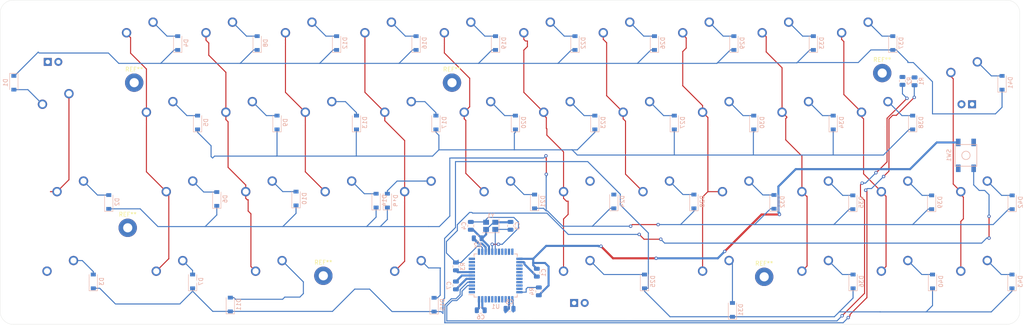
<source format=kicad_pcb>
(kicad_pcb (version 20171130) (host pcbnew "(5.1.4)-1")
  (layers (0 F.Cu signal) (31 B.Cu signal) (34 B.Paste user) (35 F.Paste user) (36 B.SilkS user) (37 F.SilkS user) (38 B.Mask user) (39 F.Mask user) (44 Edge.Cuts user))
  (net 0 "")
  (net 1 GND)
  (net 2 +5V)
  (net 3 "Net-(C3-Pad1)")
  (net 4 "Net-(C4-Pad1)")
  (net 5 "Net-(C7-Pad1)")
  (net 6 "Net-(D1-Pad2)")
  (net 7 Row0)
  (net 8 "Net-(D2-Pad2)")
  (net 9 Row2)
  (net 10 "Net-(D3-Pad2)")
  (net 11 Row3)
  (net 12 "Net-(D4-Pad2)")
  (net 13 "Net-(D5-Pad2)")
  (net 14 Row1)
  (net 15 "Net-(D6-Pad2)")
  (net 16 "Net-(D7-Pad2)")
  (net 17 "Net-(D8-Pad2)")
  (net 18 "Net-(D9-Pad2)")
  (net 19 "Net-(D10-Pad2)")
  (net 20 "Net-(D11-Pad2)")
  (net 21 "Net-(D12-Pad2)")
  (net 22 "Net-(D13-Pad2)")
  (net 23 "Net-(D14-Pad2)")
  (net 24 "Net-(D15-Pad2)")
  (net 25 "Net-(D16-Pad2)")
  (net 26 "Net-(D17-Pad2)")
  (net 27 "Net-(D18-Pad2)")
  (net 28 "Net-(D19-Pad2)")
  (net 29 "Net-(D20-Pad2)")
  (net 30 "Net-(D21-Pad2)")
  (net 31 "Net-(D22-Pad2)")
  (net 32 "Net-(D23-Pad2)")
  (net 33 "Net-(D24-Pad2)")
  (net 34 "Net-(D25-Pad2)")
  (net 35 "Net-(D26-Pad2)")
  (net 36 "Net-(D27-Pad2)")
  (net 37 "Net-(D28-Pad2)")
  (net 38 "Net-(D29-Pad2)")
  (net 39 "Net-(D30-Pad2)")
  (net 40 "Net-(D31-Pad2)")
  (net 41 "Net-(D32-Pad2)")
  (net 42 "Net-(D33-Pad2)")
  (net 43 "Net-(D34-Pad2)")
  (net 44 "Net-(D35-Pad2)")
  (net 45 "Net-(D36-Pad2)")
  (net 46 "Net-(D37-Pad2)")
  (net 47 "Net-(D38-Pad2)")
  (net 48 "Net-(D39-Pad2)")
  (net 49 "Net-(D40-Pad2)")
  (net 50 "Net-(D41-Pad2)")
  (net 51 "Net-(D42-Pad2)")
  (net 52 "Net-(D43-Pad2)")
  (net 53 Col0)
  (net 54 Col1)
  (net 55 Col2)
  (net 56 Col3)
  (net 57 Col4)
  (net 58 Col5)
  (net 59 Col6)
  (net 60 Col7)
  (net 61 Col8)
  (net 62 Col9)
  (net 63 Col10)
  (net 64 Col11)
  (net 65 "Net-(R1-Pad1)")
  (net 66 "Net-(R2-Pad1)")
  (net 67 "Net-(R3-Pad2)")
  (net 68 "Net-(R4-Pad1)")
  (module MX_Only:MXOnly-2U-FLIPPED-ReversedStabilizers (layer F.Cu) (at 138.89976 67.53432)
    (fp_text reference MX25)
    (fp_text value Bkspc)
    (pad "" np_thru_hole circle (at 11.938 -8.255) (size 3.9878 3.9878) (drill 3.9878) (layers *.Cu *.Mask))
    (pad "" np_thru_hole circle (at -11.938 -8.255) (size 3.9878 3.9878) (drill 3.9878) (layers *.Cu *.Mask))
    (pad "" np_thru_hole circle (at 11.938 6.985) (size 3.048 3.048) (drill 3.048) (layers *.Cu *.Mask))
    (pad "" np_thru_hole circle (at -11.938 6.985) (size 3.048 3.048) (drill 3.048) (layers *.Cu *.Mask))
    (pad "" np_thru_hole circle (at 5.08 0 48.0996) (size 1.75 1.75) (drill 1.75) (layers *.Cu *.Mask))
    (pad "" np_thru_hole circle (at -5.08 0 48.0996) (size 1.75 1.75) (drill 1.75) (layers *.Cu *.Mask))
    (pad 4 thru_hole rect (at -1.27 5.08) (size 1.905 1.905) (drill 1.04) (layers *.Cu B.Mask))
    (pad 3 thru_hole circle (at 1.27 5.08) (size 1.905 1.905) (drill 1.04) (layers *.Cu B.Mask))
    (pad 1 thru_hole circle (at -3.81 -2.54) (size 2.25 2.25) (drill 1.47) (layers *.Cu B.Mask) (net 59 Col6))
    (pad "" np_thru_hole circle (at 0 0) (size 3.9878 3.9878) (drill 3.9878) (layers *.Cu *.Mask))
    (pad 2 thru_hole circle (at 2.54 -5.08) (size 2.25 2.25) (drill 1.47) (layers *.Cu B.Mask) (net 34 "Net-(D25-Pad2)"))
  )
  (module MX_Only:MXOnly-2.25U-ReversedStabilizers-NoLED (layer F.Cu) (at 98.41724 67.54448)
    (fp_text reference MX15)
    (fp_text value Space)
    (pad 2 thru_hole circle (at 2.54 -5.08) (size 2.25 2.25) (drill 1.47) (layers *.Cu B.Mask) (net 24 "Net-(D15-Pad2)"))
    (pad "" np_thru_hole circle (at 0 0) (size 3.9878 3.9878) (drill 3.9878) (layers *.Cu *.Mask))
    (pad 1 thru_hole circle (at -3.81 -2.54) (size 2.25 2.25) (drill 1.47) (layers *.Cu B.Mask) (net 57 Col4))
    (pad "" np_thru_hole circle (at -5.08 0 48.0996) (size 1.75 1.75) (drill 1.75) (layers *.Cu *.Mask))
    (pad "" np_thru_hole circle (at 5.08 0 48.0996) (size 1.75 1.75) (drill 1.75) (layers *.Cu *.Mask))
    (pad "" np_thru_hole circle (at -11.90625 6.985) (size 3.048 3.048) (drill 3.048) (layers *.Cu *.Mask))
    (pad "" np_thru_hole circle (at 11.90625 6.985) (size 3.048 3.048) (drill 3.048) (layers *.Cu *.Mask))
    (pad "" np_thru_hole circle (at -11.90625 -8.255) (size 3.9878 3.9878) (drill 3.9878) (layers *.Cu *.Mask))
    (pad "" np_thru_hole circle (at 11.90625 -8.255) (size 3.9878 3.9878) (drill 3.9878) (layers *.Cu *.Mask))
  )
  (module MX_Only:MXOnly-1.25U-NoLED (layer F.Cu) (at 65.06704 67.54448)
    (fp_text reference MX11)
    (fp_text value Alt)
    (pad 2 thru_hole circle (at 2.54 -5.08) (size 2.25 2.25) (drill 1.47) (layers *.Cu B.Mask) (net 20 "Net-(D11-Pad2)"))
    (pad "" np_thru_hole circle (at 0 0) (size 3.9878 3.9878) (drill 3.9878) (layers *.Cu *.Mask))
    (pad 1 thru_hole circle (at -3.81 -2.54) (size 2.25 2.25) (drill 1.47) (layers *.Cu B.Mask) (net 55 Col2))
    (pad "" np_thru_hole circle (at -5.08 0 48.0996) (size 1.75 1.75) (drill 1.75) (layers *.Cu *.Mask))
    (pad "" np_thru_hole circle (at 5.08 0 48.0996) (size 1.75 1.75) (drill 1.75) (layers *.Cu *.Mask))
  )
  (module MX_Only:MXOnly-1.5U-NoLED (layer F.Cu) (at 15.05952 67.52924)
    (fp_text reference MX3)
    (fp_text value Ctrl)
    (pad 2 thru_hole circle (at 2.54 -5.08) (size 2.25 2.25) (drill 1.47) (layers *.Cu B.Mask) (net 10 "Net-(D3-Pad2)"))
    (pad "" np_thru_hole circle (at 0 0) (size 3.9878 3.9878) (drill 3.9878) (layers *.Cu *.Mask))
    (pad 1 thru_hole circle (at -3.81 -2.54) (size 2.25 2.25) (drill 1.47) (layers *.Cu B.Mask) (net 53 Col0))
    (pad "" np_thru_hole circle (at -5.08 0 48.0996) (size 1.75 1.75) (drill 1.75) (layers *.Cu *.Mask))
    (pad "" np_thru_hole circle (at 5.08 0 48.0996) (size 1.75 1.75) (drill 1.75) (layers *.Cu *.Mask))
  )
  (module MountingHole:MountingHole_2.2mm_M2_Pad (layer F.Cu) (at 183.2 66.35)
    (fp_text reference REF** (at 0 -3.2) (layer F.SilkS))
    (fp_text value MountingHole_2.2mm_M2_Pad)
    (pad 1 thru_hole circle (at 0 0) (size 4.4 4.4) (drill 2.2) (layers *.Cu *.Mask))
  )
  (module MountingHole:MountingHole_2.2mm_M2_Pad (layer F.Cu) (at 77.5 66.1)
    (fp_text reference REF** (at 0 -3.2) (layer F.SilkS))
    (fp_text value MountingHole_2.2mm_M2_Pad)
    (pad 1 thru_hole circle (at 0 0) (size 4.4 4.4) (drill 2.2) (layers *.Cu *.Mask))
  )
  (module MountingHole:MountingHole_2.2mm_M2_Pad (layer F.Cu) (at 30.6 54.6)
    (fp_text reference REF** (at 0 -3.2) (layer F.SilkS))
    (fp_text value MountingHole_2.2mm_M2_Pad)
    (pad 1 thru_hole circle (at 0 0) (size 4.4 4.4) (drill 2.2) (layers *.Cu *.Mask))
  )
  (module MountingHole:MountingHole_2.2mm_M2_Pad (layer F.Cu) (at 211.5 17.5)
    (fp_text reference REF** (at 0 -3.2) (layer F.SilkS))
    (fp_text value MountingHole_2.2mm_M2_Pad)
    (pad 1 thru_hole circle (at 0 0) (size 4.4 4.4) (drill 2.2) (layers *.Cu *.Mask))
  )
  (module MountingHole:MountingHole_2.2mm_M2_Pad (layer F.Cu) (at 108.35 19.8)
    (fp_text reference REF** (at 0 -3.2) (layer F.SilkS))
    (fp_text value MountingHole_2.2mm_M2_Pad)
    (pad 1 thru_hole circle (at 0 0) (size 4.4 4.4) (drill 2.2) (layers *.Cu *.Mask))
  )
  (module MountingHole:MountingHole_2.2mm_M2_Pad (layer F.Cu) (at 32.15 19.8)
    (fp_text reference REF** (at 0 -3.2) (layer F.SilkS))
    (fp_text value MountingHole_2.2mm_M2_Pad)
    (pad 1 thru_hole circle (at 0 0) (size 4.4 4.4) (drill 2.2) (layers *.Cu *.Mask))
  )
  (module Package_QFP:TQFP-44_10x10mm_P0.8mm (layer B.Cu) (at 118.81136 66.03323)
    (fp_text reference U1 (at 0 7.45) (layer B.SilkS) (effects (justify mirror)))
    (fp_text value ATmega32U4-AU)
    (pad 44 smd rect (at -4 5.7 270) (size 1.5 0.55) (layers B.Cu B.Paste B.Mask) (net 2 +5V))
    (pad 43 smd rect (at -3.2 5.7 270) (size 1.5 0.55) (layers B.Cu B.Paste B.Mask) (net 1 GND))
    (pad 42 smd rect (at -2.4 5.7 270) (size 1.5 0.55) (layers B.Cu B.Paste B.Mask))
    (pad 41 smd rect (at -1.6 5.7 270) (size 1.5 0.55) (layers B.Cu B.Paste B.Mask))
    (pad 40 smd rect (at -0.8 5.7 270) (size 1.5 0.55) (layers B.Cu B.Paste B.Mask))
    (pad 39 smd rect (at 0 5.7 270) (size 1.5 0.55) (layers B.Cu B.Paste B.Mask))
    (pad 38 smd rect (at 0.8 5.7 270) (size 1.5 0.55) (layers B.Cu B.Paste B.Mask))
    (pad 37 smd rect (at 1.6 5.7 270) (size 1.5 0.55) (layers B.Cu B.Paste B.Mask))
    (pad 36 smd rect (at 2.4 5.7 270) (size 1.5 0.55) (layers B.Cu B.Paste B.Mask))
    (pad 35 smd rect (at 3.2 5.7 270) (size 1.5 0.55) (layers B.Cu B.Paste B.Mask) (net 1 GND))
    (pad 34 smd rect (at 4 5.7 270) (size 1.5 0.55) (layers B.Cu B.Paste B.Mask) (net 2 +5V))
    (pad 33 smd rect (at 5.7 4) (size 1.5 0.55) (layers B.Cu B.Paste B.Mask) (net 68 "Net-(R4-Pad1)"))
    (pad 32 smd rect (at 5.7 3.2) (size 1.5 0.55) (layers B.Cu B.Paste B.Mask))
    (pad 31 smd rect (at 5.7 2.4) (size 1.5 0.55) (layers B.Cu B.Paste B.Mask))
    (pad 30 smd rect (at 5.7 1.6) (size 1.5 0.55) (layers B.Cu B.Paste B.Mask))
    (pad 29 smd rect (at 5.7 0.8) (size 1.5 0.55) (layers B.Cu B.Paste B.Mask))
    (pad 28 smd rect (at 5.7 0) (size 1.5 0.55) (layers B.Cu B.Paste B.Mask))
    (pad 27 smd rect (at 5.7 -0.8) (size 1.5 0.55) (layers B.Cu B.Paste B.Mask))
    (pad 26 smd rect (at 5.7 -1.6) (size 1.5 0.55) (layers B.Cu B.Paste B.Mask))
    (pad 25 smd rect (at 5.7 -2.4) (size 1.5 0.55) (layers B.Cu B.Paste B.Mask))
    (pad 24 smd rect (at 5.7 -3.2) (size 1.5 0.55) (layers B.Cu B.Paste B.Mask) (net 2 +5V))
    (pad 23 smd rect (at 5.7 -4) (size 1.5 0.55) (layers B.Cu B.Paste B.Mask) (net 1 GND))
    (pad 22 smd rect (at 4 -5.7 270) (size 1.5 0.55) (layers B.Cu B.Paste B.Mask))
    (pad 21 smd rect (at 3.2 -5.7 270) (size 1.5 0.55) (layers B.Cu B.Paste B.Mask))
    (pad 20 smd rect (at 2.4 -5.7 270) (size 1.5 0.55) (layers B.Cu B.Paste B.Mask))
    (pad 19 smd rect (at 1.6 -5.7 270) (size 1.5 0.55) (layers B.Cu B.Paste B.Mask))
    (pad 18 smd rect (at 0.8 -5.7 270) (size 1.5 0.55) (layers B.Cu B.Paste B.Mask))
    (pad 17 smd rect (at 0 -5.7 270) (size 1.5 0.55) (layers B.Cu B.Paste B.Mask) (net 3 "Net-(C3-Pad1)"))
    (pad 16 smd rect (at -0.8 -5.7 270) (size 1.5 0.55) (layers B.Cu B.Paste B.Mask) (net 4 "Net-(C4-Pad1)"))
    (pad 15 smd rect (at -1.6 -5.7 270) (size 1.5 0.55) (layers B.Cu B.Paste B.Mask) (net 1 GND))
    (pad 14 smd rect (at -2.4 -5.7 270) (size 1.5 0.55) (layers B.Cu B.Paste B.Mask) (net 2 +5V))
    (pad 13 smd rect (at -3.2 -5.7 270) (size 1.5 0.55) (layers B.Cu B.Paste B.Mask) (net 67 "Net-(R3-Pad2)"))
    (pad 12 smd rect (at -4 -5.7 270) (size 1.5 0.55) (layers B.Cu B.Paste B.Mask))
    (pad 11 smd rect (at -5.7 -4) (size 1.5 0.55) (layers B.Cu B.Paste B.Mask))
    (pad 10 smd rect (at -5.7 -3.2) (size 1.5 0.55) (layers B.Cu B.Paste B.Mask))
    (pad 9 smd rect (at -5.7 -2.4) (size 1.5 0.55) (layers B.Cu B.Paste B.Mask))
    (pad 8 smd rect (at -5.7 -1.6) (size 1.5 0.55) (layers B.Cu B.Paste B.Mask))
    (pad 7 smd rect (at -5.7 -0.8) (size 1.5 0.55) (layers B.Cu B.Paste B.Mask) (net 2 +5V))
    (pad 6 smd rect (at -5.7 0) (size 1.5 0.55) (layers B.Cu B.Paste B.Mask) (net 5 "Net-(C7-Pad1)"))
    (pad 5 smd rect (at -5.7 0.8) (size 1.5 0.55) (layers B.Cu B.Paste B.Mask) (net 1 GND))
    (pad 4 smd rect (at -5.7 1.6) (size 1.5 0.55) (layers B.Cu B.Paste B.Mask) (net 65 "Net-(R1-Pad1)"))
    (pad 3 smd rect (at -5.7 2.4) (size 1.5 0.55) (layers B.Cu B.Paste B.Mask) (net 66 "Net-(R2-Pad1)"))
    (pad 2 smd rect (at -5.7 3.2) (size 1.5 0.55) (layers B.Cu B.Paste B.Mask) (net 2 +5V))
    (pad 1 smd rect (at -5.7 4) (size 1.5 0.55) (layers B.Cu B.Paste B.Mask))
  )
  (module MX_Only:MXOnly-1U-NoLED (layer F.Cu) (at 234.153125 48.471875)
    (fp_text reference MX42)
    (fp_text value Shift)
    (pad 2 thru_hole circle (at 2.54 -5.08) (size 2.25 2.25) (drill 1.47) (layers *.Cu B.Mask) (net 51 "Net-(D42-Pad2)"))
    (pad "" np_thru_hole circle (at 0 0) (size 3.9878 3.9878) (drill 3.9878) (layers *.Cu *.Mask))
    (pad 1 thru_hole circle (at -3.81 -2.54) (size 2.25 2.25) (drill 1.47) (layers *.Cu B.Mask) (net 64 Col11))
    (pad "" np_thru_hole circle (at -5.08 0 48.0996) (size 1.75 1.75) (drill 1.75) (layers *.Cu *.Mask))
    (pad "" np_thru_hole circle (at 5.08 0 48.0996) (size 1.75 1.75) (drill 1.75) (layers *.Cu *.Mask))
  )
  (module MX_Only:MXOnly-1.5U-NoLED (layer F.Cu) (at 172.240625 67.521875)
    (fp_text reference MX31)
    (fp_text value /)
    (pad 2 thru_hole circle (at 2.54 -5.08) (size 2.25 2.25) (drill 1.47) (layers *.Cu B.Mask) (net 40 "Net-(D31-Pad2)"))
    (pad "" np_thru_hole circle (at 0 0) (size 3.9878 3.9878) (drill 3.9878) (layers *.Cu *.Mask))
    (pad 1 thru_hole circle (at -3.81 -2.54) (size 2.25 2.25) (drill 1.47) (layers *.Cu B.Mask) (net 61 Col8))
    (pad "" np_thru_hole circle (at -5.08 0 48.0996) (size 1.75 1.75) (drill 1.75) (layers *.Cu *.Mask))
    (pad "" np_thru_hole circle (at 5.08 0 48.0996) (size 1.75 1.75) (drill 1.75) (layers *.Cu *.Mask))
  )
  (module MX_Only:MXOnly-1.75U-NoLED (layer F.Cu) (at 17.459375 48.471875)
    (fp_text reference MX2)
    (fp_text value Shift)
    (pad 2 thru_hole circle (at 2.54 -5.08) (size 2.25 2.25) (drill 1.47) (layers *.Cu B.Mask) (net 8 "Net-(D2-Pad2)"))
    (pad "" np_thru_hole circle (at 0 0) (size 3.9878 3.9878) (drill 3.9878) (layers *.Cu *.Mask))
    (pad 1 thru_hole circle (at -3.81 -2.54) (size 2.25 2.25) (drill 1.47) (layers *.Cu B.Mask) (net 53 Col0))
    (pad "" np_thru_hole circle (at -5.08 0 48.0996) (size 1.75 1.75) (drill 1.75) (layers *.Cu *.Mask))
    (pad "" np_thru_hole circle (at 5.08 0 48.0996) (size 1.75 1.75) (drill 1.75) (layers *.Cu *.Mask))
  )
  (module Capacitor_SMD:C_0805_2012Metric (layer B.Cu) (at 109.28636 68.41448 270)
    (fp_text reference C7 (at 0 1.65 90) (layer B.SilkS) (effects (justify mirror)))
    (fp_text value 1uF)
    (pad 2 smd roundrect (at 0.9375 0 270) (size 0.975 1.4) (layers B.Cu B.Paste B.Mask) (net 1 GND))
    (pad 1 smd roundrect (at -0.9375 0 270) (size 0.975 1.4) (layers B.Cu B.Paste B.Mask) (net 5 "Net-(C7-Pad1)"))
  )
  (module MX_Only:MXOnly-ISO-ReversedStabilizers (layer F.Cu) (at 231.771875 19.896875)
    (fp_text reference MX41)
    (fp_text value Ent)
    (pad "" np_thru_hole circle (at -8.255 -11.938) (size 3.9878 3.9878) (drill 3.9878) (layers *.Cu *.Mask))
    (pad "" np_thru_hole circle (at -8.255 11.938) (size 3.9878 3.9878) (drill 3.9878) (layers *.Cu *.Mask))
    (pad "" np_thru_hole circle (at 6.985 -11.938) (size 3.048 3.048) (drill 3.048) (layers *.Cu *.Mask))
    (pad "" np_thru_hole circle (at 6.985 11.938) (size 3.048 3.048) (drill 3.048) (layers *.Cu *.Mask))
    (pad "" np_thru_hole circle (at 5.08 0 48.0996) (size 1.75 1.75) (drill 1.75) (layers *.Cu *.Mask))
    (pad "" np_thru_hole circle (at -5.08 0 48.0996) (size 1.75 1.75) (drill 1.75) (layers *.Cu *.Mask))
    (pad 4 thru_hole rect (at 1.27 5.08) (size 1.905 1.905) (drill 1.04) (layers *.Cu B.Mask))
    (pad 3 thru_hole circle (at -1.27 5.08) (size 1.905 1.905) (drill 1.04) (layers *.Cu B.Mask))
    (pad 1 thru_hole circle (at -3.81 -2.54) (size 2.25 2.25) (drill 1.47) (layers *.Cu B.Mask) (net 64 Col11))
    (pad "" np_thru_hole circle (at 0 0) (size 3.9878 3.9878) (drill 3.9878) (layers *.Cu *.Mask))
    (pad 2 thru_hole circle (at 2.54 -5.08) (size 2.25 2.25) (drill 1.47) (layers *.Cu B.Mask) (net 50 "Net-(D41-Pad2)"))
  )
  (module Crystal:Crystal_SMD_3225-4Pin_3.2x2.5mm (layer B.Cu) (at 117.620735 54.12698 180)
    (fp_text reference Y1 (at 0 2.45) (layer B.SilkS) (effects (justify mirror)))
    (fp_text value 16MHz)
    (pad 4 smd rect (at -1.1 0.85 180) (size 1.4 1.2) (layers B.Cu B.Paste B.Mask) (net 1 GND))
    (pad 3 smd rect (at 1.1 0.85 180) (size 1.4 1.2) (layers B.Cu B.Paste B.Mask) (net 4 "Net-(C4-Pad1)"))
    (pad 2 smd rect (at 1.1 -0.85 180) (size 1.4 1.2) (layers B.Cu B.Paste B.Mask) (net 1 GND))
    (pad 1 smd rect (at -1.1 -0.85 180) (size 1.4 1.2) (layers B.Cu B.Paste B.Mask) (net 3 "Net-(C3-Pad1)"))
  )
  (module random-keyboard-parts:SKQG-1155865 (layer B.Cu) (at 231.5742 37.23212 90)
    (fp_text reference SW1 (at 0 -4.064 90) (layer B.SilkS) (effects (justify mirror)))
    (fp_text value SW_Push)
    (pad 4 smd rect (at -3.1 -1.85 90) (size 1.8 1.1) (layers B.Cu B.Paste B.Mask))
    (pad 3 smd rect (at 3.1 1.85 90) (size 1.8 1.1) (layers B.Cu B.Paste B.Mask))
    (pad 2 smd rect (at -3.1 1.85 90) (size 1.8 1.1) (layers B.Cu B.Paste B.Mask) (net 67 "Net-(R3-Pad2)"))
    (pad 1 smd rect (at 3.1 -1.85 90) (size 1.8 1.1) (layers B.Cu B.Paste B.Mask) (net 1 GND))
  )
  (module Resistor_SMD:R_0805_2012Metric (layer B.Cu) (at 129.1614 69.83556 270)
    (fp_text reference R4 (at 0 1.65 90) (layer B.SilkS) (effects (justify mirror)))
    (fp_text value 10k)
    (pad 2 smd roundrect (at 0.9375 0 270) (size 0.975 1.4) (layers B.Cu B.Paste B.Mask) (net 1 GND))
    (pad 1 smd roundrect (at -0.9375 0 270) (size 0.975 1.4) (layers B.Cu B.Paste B.Mask) (net 68 "Net-(R4-Pad1)"))
  )
  (module Resistor_SMD:R_0805_2012Metric (layer B.Cu) (at 109.28636 63.85948 90)
    (fp_text reference R3 (at 0 1.65 90) (layer B.SilkS) (effects (justify mirror)))
    (fp_text value 10k)
    (pad 2 smd roundrect (at 0.9375 0 90) (size 0.975 1.4) (layers B.Cu B.Paste B.Mask) (net 67 "Net-(R3-Pad2)"))
    (pad 1 smd roundrect (at -0.9375 0 90) (size 0.975 1.4) (layers B.Cu B.Paste B.Mask) (net 2 +5V))
  )
  (module Resistor_SMD:R_0805_2012Metric (layer B.Cu) (at 216.35 19.375 90)
    (fp_text reference R2 (at 0 1.65 90) (layer B.SilkS) (effects (justify mirror)))
    (fp_text value 22)
    (pad 2 smd roundrect (at 0.9375 0 90) (size 0.975 1.4) (layers B.Cu B.Paste B.Mask))
    (pad 1 smd roundrect (at -0.9375 0 90) (size 0.975 1.4) (layers B.Cu B.Paste B.Mask) (net 66 "Net-(R2-Pad1)"))
  )
  (module Resistor_SMD:R_0805_2012Metric (layer B.Cu) (at 219.25 19.475 90)
    (fp_text reference R1 (at 0 1.65 90) (layer B.SilkS) (effects (justify mirror)))
    (fp_text value 22)
    (pad 2 smd roundrect (at 0.9375 0 90) (size 0.975 1.4) (layers B.Cu B.Paste B.Mask))
    (pad 1 smd roundrect (at -0.9375 0 90) (size 0.975 1.4) (layers B.Cu B.Paste B.Mask) (net 65 "Net-(R1-Pad1)"))
  )
  (module MX_Only:MXOnly-1U-NoLED (layer F.Cu) (at 234.153125 67.521875)
    (fp_text reference MX43)
    (fp_text value Right)
    (pad 2 thru_hole circle (at 2.54 -5.08) (size 2.25 2.25) (drill 1.47) (layers *.Cu B.Mask) (net 52 "Net-(D43-Pad2)"))
    (pad "" np_thru_hole circle (at 0 0) (size 3.9878 3.9878) (drill 3.9878) (layers *.Cu *.Mask))
    (pad 1 thru_hole circle (at -3.81 -2.54) (size 2.25 2.25) (drill 1.47) (layers *.Cu B.Mask) (net 64 Col11))
    (pad "" np_thru_hole circle (at -5.08 0 48.0996) (size 1.75 1.75) (drill 1.75) (layers *.Cu *.Mask))
    (pad "" np_thru_hole circle (at 5.08 0 48.0996) (size 1.75 1.75) (drill 1.75) (layers *.Cu *.Mask))
  )
  (module MX_Only:MXOnly-1U-NoLED (layer F.Cu) (at 215.103125 67.521875)
    (fp_text reference MX40)
    (fp_text value Down)
    (pad 2 thru_hole circle (at 2.54 -5.08) (size 2.25 2.25) (drill 1.47) (layers *.Cu B.Mask) (net 49 "Net-(D40-Pad2)"))
    (pad "" np_thru_hole circle (at 0 0) (size 3.9878 3.9878) (drill 3.9878) (layers *.Cu *.Mask))
    (pad 1 thru_hole circle (at -3.81 -2.54) (size 2.25 2.25) (drill 1.47) (layers *.Cu B.Mask) (net 63 Col10))
    (pad "" np_thru_hole circle (at -5.08 0 48.0996) (size 1.75 1.75) (drill 1.75) (layers *.Cu *.Mask))
    (pad "" np_thru_hole circle (at 5.08 0 48.0996) (size 1.75 1.75) (drill 1.75) (layers *.Cu *.Mask))
  )
  (module MX_Only:MXOnly-1U-NoLED (layer F.Cu) (at 196.053125 48.471875)
    (fp_text reference MX35)
    (fp_text value >)
    (pad 2 thru_hole circle (at 2.54 -5.08) (size 2.25 2.25) (drill 1.47) (layers *.Cu B.Mask) (net 44 "Net-(D35-Pad2)"))
    (pad "" np_thru_hole circle (at 0 0) (size 3.9878 3.9878) (drill 3.9878) (layers *.Cu *.Mask))
    (pad 1 thru_hole circle (at -3.81 -2.54) (size 2.25 2.25) (drill 1.47) (layers *.Cu B.Mask) (net 62 Col9))
    (pad "" np_thru_hole circle (at -5.08 0 48.0996) (size 1.75 1.75) (drill 1.75) (layers *.Cu *.Mask))
    (pad "" np_thru_hole circle (at 5.08 0 48.0996) (size 1.75 1.75) (drill 1.75) (layers *.Cu *.Mask))
  )
  (module MX_Only:MXOnly-1U-NoLED (layer F.Cu) (at 210.340625 29.421875)
    (fp_text reference MX38)
    (fp_text value ;)
    (pad 2 thru_hole circle (at 2.54 -5.08) (size 2.25 2.25) (drill 1.47) (layers *.Cu B.Mask) (net 47 "Net-(D38-Pad2)"))
    (pad "" np_thru_hole circle (at 0 0) (size 3.9878 3.9878) (drill 3.9878) (layers *.Cu *.Mask))
    (pad 1 thru_hole circle (at -3.81 -2.54) (size 2.25 2.25) (drill 1.47) (layers *.Cu B.Mask) (net 63 Col10))
    (pad "" np_thru_hole circle (at -5.08 0 48.0996) (size 1.75 1.75) (drill 1.75) (layers *.Cu *.Mask))
    (pad "" np_thru_hole circle (at 5.08 0 48.0996) (size 1.75 1.75) (drill 1.75) (layers *.Cu *.Mask))
  )
  (module MX_Only:MXOnly-1U-NoLED (layer F.Cu) (at 205.578125 10.371875)
    (fp_text reference MX37)
    (fp_text value P)
    (pad 2 thru_hole circle (at 2.54 -5.08) (size 2.25 2.25) (drill 1.47) (layers *.Cu B.Mask) (net 46 "Net-(D37-Pad2)"))
    (pad "" np_thru_hole circle (at 0 0) (size 3.9878 3.9878) (drill 3.9878) (layers *.Cu *.Mask))
    (pad 1 thru_hole circle (at -3.81 -2.54) (size 2.25 2.25) (drill 1.47) (layers *.Cu B.Mask) (net 63 Col10))
    (pad "" np_thru_hole circle (at -5.08 0 48.0996) (size 1.75 1.75) (drill 1.75) (layers *.Cu *.Mask))
    (pad "" np_thru_hole circle (at 5.08 0 48.0996) (size 1.75 1.75) (drill 1.75) (layers *.Cu *.Mask))
  )
  (module MX_Only:MXOnly-1U-NoLED (layer F.Cu) (at 196.053125 67.521875)
    (fp_text reference MX36)
    (fp_text value Left)
    (pad 2 thru_hole circle (at 2.54 -5.08) (size 2.25 2.25) (drill 1.47) (layers *.Cu B.Mask) (net 45 "Net-(D36-Pad2)"))
    (pad "" np_thru_hole circle (at 0 0) (size 3.9878 3.9878) (drill 3.9878) (layers *.Cu *.Mask))
    (pad 1 thru_hole circle (at -3.81 -2.54) (size 2.25 2.25) (drill 1.47) (layers *.Cu B.Mask) (net 62 Col9))
    (pad "" np_thru_hole circle (at -5.08 0 48.0996) (size 1.75 1.75) (drill 1.75) (layers *.Cu *.Mask))
    (pad "" np_thru_hole circle (at 5.08 0 48.0996) (size 1.75 1.75) (drill 1.75) (layers *.Cu *.Mask))
  )
  (module MX_Only:MXOnly-1U-NoLED (layer F.Cu) (at 177.003125 48.471875)
    (fp_text reference MX32)
    (fp_text value <)
    (pad 2 thru_hole circle (at 2.54 -5.08) (size 2.25 2.25) (drill 1.47) (layers *.Cu B.Mask) (net 41 "Net-(D32-Pad2)"))
    (pad "" np_thru_hole circle (at 0 0) (size 3.9878 3.9878) (drill 3.9878) (layers *.Cu *.Mask))
    (pad 1 thru_hole circle (at -3.81 -2.54) (size 2.25 2.25) (drill 1.47) (layers *.Cu B.Mask) (net 61 Col8))
    (pad "" np_thru_hole circle (at -5.08 0 48.0996) (size 1.75 1.75) (drill 1.75) (layers *.Cu *.Mask))
    (pad "" np_thru_hole circle (at 5.08 0 48.0996) (size 1.75 1.75) (drill 1.75) (layers *.Cu *.Mask))
  )
  (module MX_Only:MXOnly-1U-NoLED (layer F.Cu) (at 191.290625 29.421875)
    (fp_text reference MX34)
    (fp_text value L)
    (pad 2 thru_hole circle (at 2.54 -5.08) (size 2.25 2.25) (drill 1.47) (layers *.Cu B.Mask) (net 43 "Net-(D34-Pad2)"))
    (pad "" np_thru_hole circle (at 0 0) (size 3.9878 3.9878) (drill 3.9878) (layers *.Cu *.Mask))
    (pad 1 thru_hole circle (at -3.81 -2.54) (size 2.25 2.25) (drill 1.47) (layers *.Cu B.Mask) (net 62 Col9))
    (pad "" np_thru_hole circle (at -5.08 0 48.0996) (size 1.75 1.75) (drill 1.75) (layers *.Cu *.Mask))
    (pad "" np_thru_hole circle (at 5.08 0 48.0996) (size 1.75 1.75) (drill 1.75) (layers *.Cu *.Mask))
  )
  (module MX_Only:MXOnly-1U-NoLED (layer F.Cu) (at 186.528125 10.371875)
    (fp_text reference MX33)
    (fp_text value O)
    (pad 2 thru_hole circle (at 2.54 -5.08) (size 2.25 2.25) (drill 1.47) (layers *.Cu B.Mask) (net 42 "Net-(D33-Pad2)"))
    (pad "" np_thru_hole circle (at 0 0) (size 3.9878 3.9878) (drill 3.9878) (layers *.Cu *.Mask))
    (pad 1 thru_hole circle (at -3.81 -2.54) (size 2.25 2.25) (drill 1.47) (layers *.Cu B.Mask) (net 62 Col9))
    (pad "" np_thru_hole circle (at -5.08 0 48.0996) (size 1.75 1.75) (drill 1.75) (layers *.Cu *.Mask))
    (pad "" np_thru_hole circle (at 5.08 0 48.0996) (size 1.75 1.75) (drill 1.75) (layers *.Cu *.Mask))
  )
  (module MX_Only:MXOnly-1U-NoLED (layer F.Cu) (at 157.953125 48.471875)
    (fp_text reference MX28)
    (fp_text value M)
    (pad 2 thru_hole circle (at 2.54 -5.08) (size 2.25 2.25) (drill 1.47) (layers *.Cu B.Mask) (net 37 "Net-(D28-Pad2)"))
    (pad "" np_thru_hole circle (at 0 0) (size 3.9878 3.9878) (drill 3.9878) (layers *.Cu *.Mask))
    (pad 1 thru_hole circle (at -3.81 -2.54) (size 2.25 2.25) (drill 1.47) (layers *.Cu B.Mask) (net 60 Col7))
    (pad "" np_thru_hole circle (at -5.08 0 48.0996) (size 1.75 1.75) (drill 1.75) (layers *.Cu *.Mask))
    (pad "" np_thru_hole circle (at 5.08 0 48.0996) (size 1.75 1.75) (drill 1.75) (layers *.Cu *.Mask))
  )
  (module MX_Only:MXOnly-1U-NoLED (layer F.Cu) (at 172.240625 29.421875)
    (fp_text reference MX30)
    (fp_text value K)
    (pad 2 thru_hole circle (at 2.54 -5.08) (size 2.25 2.25) (drill 1.47) (layers *.Cu B.Mask) (net 39 "Net-(D30-Pad2)"))
    (pad "" np_thru_hole circle (at 0 0) (size 3.9878 3.9878) (drill 3.9878) (layers *.Cu *.Mask))
    (pad 1 thru_hole circle (at -3.81 -2.54) (size 2.25 2.25) (drill 1.47) (layers *.Cu B.Mask) (net 61 Col8))
    (pad "" np_thru_hole circle (at -5.08 0 48.0996) (size 1.75 1.75) (drill 1.75) (layers *.Cu *.Mask))
    (pad "" np_thru_hole circle (at 5.08 0 48.0996) (size 1.75 1.75) (drill 1.75) (layers *.Cu *.Mask))
  )
  (module MX_Only:MXOnly-1U-NoLED (layer F.Cu) (at 167.478125 10.371875)
    (fp_text reference MX29)
    (fp_text value I)
    (pad 2 thru_hole circle (at 2.54 -5.08) (size 2.25 2.25) (drill 1.47) (layers *.Cu B.Mask) (net 38 "Net-(D29-Pad2)"))
    (pad "" np_thru_hole circle (at 0 0) (size 3.9878 3.9878) (drill 3.9878) (layers *.Cu *.Mask))
    (pad 1 thru_hole circle (at -3.81 -2.54) (size 2.25 2.25) (drill 1.47) (layers *.Cu B.Mask) (net 61 Col8))
    (pad "" np_thru_hole circle (at -5.08 0 48.0996) (size 1.75 1.75) (drill 1.75) (layers *.Cu *.Mask))
    (pad "" np_thru_hole circle (at 5.08 0 48.0996) (size 1.75 1.75) (drill 1.75) (layers *.Cu *.Mask))
  )
  (module MX_Only:MXOnly-1U-NoLED (layer F.Cu) (at 138.903125 48.471875)
    (fp_text reference MX24)
    (fp_text value N)
    (pad 2 thru_hole circle (at 2.54 -5.08) (size 2.25 2.25) (drill 1.47) (layers *.Cu B.Mask) (net 33 "Net-(D24-Pad2)"))
    (pad "" np_thru_hole circle (at 0 0) (size 3.9878 3.9878) (drill 3.9878) (layers *.Cu *.Mask))
    (pad 1 thru_hole circle (at -3.81 -2.54) (size 2.25 2.25) (drill 1.47) (layers *.Cu B.Mask) (net 59 Col6))
    (pad "" np_thru_hole circle (at -5.08 0 48.0996) (size 1.75 1.75) (drill 1.75) (layers *.Cu *.Mask))
    (pad "" np_thru_hole circle (at 5.08 0 48.0996) (size 1.75 1.75) (drill 1.75) (layers *.Cu *.Mask))
  )
  (module MX_Only:MXOnly-1U-NoLED (layer F.Cu) (at 153.190625 29.421875)
    (fp_text reference MX27)
    (fp_text value J)
    (pad 2 thru_hole circle (at 2.54 -5.08) (size 2.25 2.25) (drill 1.47) (layers *.Cu B.Mask) (net 36 "Net-(D27-Pad2)"))
    (pad "" np_thru_hole circle (at 0 0) (size 3.9878 3.9878) (drill 3.9878) (layers *.Cu *.Mask))
    (pad 1 thru_hole circle (at -3.81 -2.54) (size 2.25 2.25) (drill 1.47) (layers *.Cu B.Mask) (net 60 Col7))
    (pad "" np_thru_hole circle (at -5.08 0 48.0996) (size 1.75 1.75) (drill 1.75) (layers *.Cu *.Mask))
    (pad "" np_thru_hole circle (at 5.08 0 48.0996) (size 1.75 1.75) (drill 1.75) (layers *.Cu *.Mask))
  )
  (module MX_Only:MXOnly-1U-NoLED (layer F.Cu) (at 148.428125 10.371875)
    (fp_text reference MX26)
    (fp_text value U)
    (pad 2 thru_hole circle (at 2.54 -5.08) (size 2.25 2.25) (drill 1.47) (layers *.Cu B.Mask) (net 35 "Net-(D26-Pad2)"))
    (pad "" np_thru_hole circle (at 0 0) (size 3.9878 3.9878) (drill 3.9878) (layers *.Cu *.Mask))
    (pad 1 thru_hole circle (at -3.81 -2.54) (size 2.25 2.25) (drill 1.47) (layers *.Cu B.Mask) (net 60 Col7))
    (pad "" np_thru_hole circle (at -5.08 0 48.0996) (size 1.75 1.75) (drill 1.75) (layers *.Cu *.Mask))
    (pad "" np_thru_hole circle (at 5.08 0 48.0996) (size 1.75 1.75) (drill 1.75) (layers *.Cu *.Mask))
  )
  (module MX_Only:MXOnly-1U-NoLED (layer F.Cu) (at 119.853125 48.471875)
    (fp_text reference MX21)
    (fp_text value B)
    (pad 2 thru_hole circle (at 2.54 -5.08) (size 2.25 2.25) (drill 1.47) (layers *.Cu B.Mask) (net 30 "Net-(D21-Pad2)"))
    (pad "" np_thru_hole circle (at 0 0) (size 3.9878 3.9878) (drill 3.9878) (layers *.Cu *.Mask))
    (pad 1 thru_hole circle (at -3.81 -2.54) (size 2.25 2.25) (drill 1.47) (layers *.Cu B.Mask) (net 58 Col5))
    (pad "" np_thru_hole circle (at -5.08 0 48.0996) (size 1.75 1.75) (drill 1.75) (layers *.Cu *.Mask))
    (pad "" np_thru_hole circle (at 5.08 0 48.0996) (size 1.75 1.75) (drill 1.75) (layers *.Cu *.Mask))
  )
  (module MX_Only:MXOnly-1U-NoLED (layer F.Cu) (at 134.140625 29.421875)
    (fp_text reference MX23)
    (fp_text value H)
    (pad 2 thru_hole circle (at 2.54 -5.08) (size 2.25 2.25) (drill 1.47) (layers *.Cu B.Mask) (net 32 "Net-(D23-Pad2)"))
    (pad "" np_thru_hole circle (at 0 0) (size 3.9878 3.9878) (drill 3.9878) (layers *.Cu *.Mask))
    (pad 1 thru_hole circle (at -3.81 -2.54) (size 2.25 2.25) (drill 1.47) (layers *.Cu B.Mask) (net 59 Col6))
    (pad "" np_thru_hole circle (at -5.08 0 48.0996) (size 1.75 1.75) (drill 1.75) (layers *.Cu *.Mask))
    (pad "" np_thru_hole circle (at 5.08 0 48.0996) (size 1.75 1.75) (drill 1.75) (layers *.Cu *.Mask))
  )
  (module MX_Only:MXOnly-1U-NoLED (layer F.Cu) (at 129.378125 10.371875)
    (fp_text reference MX22)
    (fp_text value Y)
    (pad 2 thru_hole circle (at 2.54 -5.08) (size 2.25 2.25) (drill 1.47) (layers *.Cu B.Mask) (net 31 "Net-(D22-Pad2)"))
    (pad "" np_thru_hole circle (at 0 0) (size 3.9878 3.9878) (drill 3.9878) (layers *.Cu *.Mask))
    (pad 1 thru_hole circle (at -3.81 -2.54) (size 2.25 2.25) (drill 1.47) (layers *.Cu B.Mask) (net 59 Col6))
    (pad "" np_thru_hole circle (at -5.08 0 48.0996) (size 1.75 1.75) (drill 1.75) (layers *.Cu *.Mask))
    (pad "" np_thru_hole circle (at 5.08 0 48.0996) (size 1.75 1.75) (drill 1.75) (layers *.Cu *.Mask))
  )
  (module MX_Only:MXOnly-1U-NoLED (layer F.Cu) (at 100.803125 48.471875)
    (fp_text reference MX18)
    (fp_text value V)
    (pad 2 thru_hole circle (at 2.54 -5.08) (size 2.25 2.25) (drill 1.47) (layers *.Cu B.Mask) (net 27 "Net-(D18-Pad2)"))
    (pad "" np_thru_hole circle (at 0 0) (size 3.9878 3.9878) (drill 3.9878) (layers *.Cu *.Mask))
    (pad 1 thru_hole circle (at -3.81 -2.54) (size 2.25 2.25) (drill 1.47) (layers *.Cu B.Mask) (net 57 Col4))
    (pad "" np_thru_hole circle (at -5.08 0 48.0996) (size 1.75 1.75) (drill 1.75) (layers *.Cu *.Mask))
    (pad "" np_thru_hole circle (at 5.08 0 48.0996) (size 1.75 1.75) (drill 1.75) (layers *.Cu *.Mask))
  )
  (module MX_Only:MXOnly-1U-NoLED (layer F.Cu) (at 115.090625 29.421875)
    (fp_text reference MX20)
    (fp_text value G)
    (pad 2 thru_hole circle (at 2.54 -5.08) (size 2.25 2.25) (drill 1.47) (layers *.Cu B.Mask) (net 29 "Net-(D20-Pad2)"))
    (pad "" np_thru_hole circle (at 0 0) (size 3.9878 3.9878) (drill 3.9878) (layers *.Cu *.Mask))
    (pad 1 thru_hole circle (at -3.81 -2.54) (size 2.25 2.25) (drill 1.47) (layers *.Cu B.Mask) (net 58 Col5))
    (pad "" np_thru_hole circle (at -5.08 0 48.0996) (size 1.75 1.75) (drill 1.75) (layers *.Cu *.Mask))
    (pad "" np_thru_hole circle (at 5.08 0 48.0996) (size 1.75 1.75) (drill 1.75) (layers *.Cu *.Mask))
  )
  (module MX_Only:MXOnly-1U-NoLED (layer F.Cu) (at 110.328125 10.371875)
    (fp_text reference MX19)
    (fp_text value T)
    (pad 2 thru_hole circle (at 2.54 -5.08) (size 2.25 2.25) (drill 1.47) (layers *.Cu B.Mask) (net 28 "Net-(D19-Pad2)"))
    (pad "" np_thru_hole circle (at 0 0) (size 3.9878 3.9878) (drill 3.9878) (layers *.Cu *.Mask))
    (pad 1 thru_hole circle (at -3.81 -2.54) (size 2.25 2.25) (drill 1.47) (layers *.Cu B.Mask) (net 58 Col5))
    (pad "" np_thru_hole circle (at -5.08 0 48.0996) (size 1.75 1.75) (drill 1.75) (layers *.Cu *.Mask))
    (pad "" np_thru_hole circle (at 5.08 0 48.0996) (size 1.75 1.75) (drill 1.75) (layers *.Cu *.Mask))
  )
  (module MX_Only:MXOnly-1U-NoLED (layer F.Cu) (at 81.753125 48.471875)
    (fp_text reference MX14)
    (fp_text value C)
    (pad 2 thru_hole circle (at 2.54 -5.08) (size 2.25 2.25) (drill 1.47) (layers *.Cu B.Mask) (net 23 "Net-(D14-Pad2)"))
    (pad "" np_thru_hole circle (at 0 0) (size 3.9878 3.9878) (drill 3.9878) (layers *.Cu *.Mask))
    (pad 1 thru_hole circle (at -3.81 -2.54) (size 2.25 2.25) (drill 1.47) (layers *.Cu B.Mask) (net 56 Col3))
    (pad "" np_thru_hole circle (at -5.08 0 48.0996) (size 1.75 1.75) (drill 1.75) (layers *.Cu *.Mask))
    (pad "" np_thru_hole circle (at 5.08 0 48.0996) (size 1.75 1.75) (drill 1.75) (layers *.Cu *.Mask))
  )
  (module MX_Only:MXOnly-1U-NoLED (layer F.Cu) (at 96.040625 29.421875)
    (fp_text reference MX17)
    (fp_text value F)
    (pad 2 thru_hole circle (at 2.54 -5.08) (size 2.25 2.25) (drill 1.47) (layers *.Cu B.Mask) (net 26 "Net-(D17-Pad2)"))
    (pad "" np_thru_hole circle (at 0 0) (size 3.9878 3.9878) (drill 3.9878) (layers *.Cu *.Mask))
    (pad 1 thru_hole circle (at -3.81 -2.54) (size 2.25 2.25) (drill 1.47) (layers *.Cu B.Mask) (net 57 Col4))
    (pad "" np_thru_hole circle (at -5.08 0 48.0996) (size 1.75 1.75) (drill 1.75) (layers *.Cu *.Mask))
    (pad "" np_thru_hole circle (at 5.08 0 48.0996) (size 1.75 1.75) (drill 1.75) (layers *.Cu *.Mask))
  )
  (module MX_Only:MXOnly-1U-NoLED (layer F.Cu) (at 91.278125 10.371875)
    (fp_text reference MX16)
    (fp_text value R)
    (pad 2 thru_hole circle (at 2.54 -5.08) (size 2.25 2.25) (drill 1.47) (layers *.Cu B.Mask) (net 25 "Net-(D16-Pad2)"))
    (pad "" np_thru_hole circle (at 0 0) (size 3.9878 3.9878) (drill 3.9878) (layers *.Cu *.Mask))
    (pad 1 thru_hole circle (at -3.81 -2.54) (size 2.25 2.25) (drill 1.47) (layers *.Cu B.Mask) (net 57 Col4))
    (pad "" np_thru_hole circle (at -5.08 0 48.0996) (size 1.75 1.75) (drill 1.75) (layers *.Cu *.Mask))
    (pad "" np_thru_hole circle (at 5.08 0 48.0996) (size 1.75 1.75) (drill 1.75) (layers *.Cu *.Mask))
  )
  (module MX_Only:MXOnly-1U-NoLED (layer F.Cu) (at 62.703125 48.471875)
    (fp_text reference MX10)
    (fp_text value X)
    (pad 2 thru_hole circle (at 2.54 -5.08) (size 2.25 2.25) (drill 1.47) (layers *.Cu B.Mask) (net 19 "Net-(D10-Pad2)"))
    (pad "" np_thru_hole circle (at 0 0) (size 3.9878 3.9878) (drill 3.9878) (layers *.Cu *.Mask))
    (pad 1 thru_hole circle (at -3.81 -2.54) (size 2.25 2.25) (drill 1.47) (layers *.Cu B.Mask) (net 55 Col2))
    (pad "" np_thru_hole circle (at -5.08 0 48.0996) (size 1.75 1.75) (drill 1.75) (layers *.Cu *.Mask))
    (pad "" np_thru_hole circle (at 5.08 0 48.0996) (size 1.75 1.75) (drill 1.75) (layers *.Cu *.Mask))
  )
  (module MX_Only:MXOnly-1U-NoLED (layer F.Cu) (at 76.990625 29.421875)
    (fp_text reference MX13)
    (fp_text value D)
    (pad 2 thru_hole circle (at 2.54 -5.08) (size 2.25 2.25) (drill 1.47) (layers *.Cu B.Mask) (net 22 "Net-(D13-Pad2)"))
    (pad "" np_thru_hole circle (at 0 0) (size 3.9878 3.9878) (drill 3.9878) (layers *.Cu *.Mask))
    (pad 1 thru_hole circle (at -3.81 -2.54) (size 2.25 2.25) (drill 1.47) (layers *.Cu B.Mask) (net 56 Col3))
    (pad "" np_thru_hole circle (at -5.08 0 48.0996) (size 1.75 1.75) (drill 1.75) (layers *.Cu *.Mask))
    (pad "" np_thru_hole circle (at 5.08 0 48.0996) (size 1.75 1.75) (drill 1.75) (layers *.Cu *.Mask))
  )
  (module MX_Only:MXOnly-1U-NoLED (layer F.Cu) (at 72.228125 10.371875)
    (fp_text reference MX12)
    (fp_text value E)
    (pad 2 thru_hole circle (at 2.54 -5.08) (size 2.25 2.25) (drill 1.47) (layers *.Cu B.Mask) (net 21 "Net-(D12-Pad2)"))
    (pad "" np_thru_hole circle (at 0 0) (size 3.9878 3.9878) (drill 3.9878) (layers *.Cu *.Mask))
    (pad 1 thru_hole circle (at -3.81 -2.54) (size 2.25 2.25) (drill 1.47) (layers *.Cu B.Mask) (net 56 Col3))
    (pad "" np_thru_hole circle (at -5.08 0 48.0996) (size 1.75 1.75) (drill 1.75) (layers *.Cu *.Mask))
    (pad "" np_thru_hole circle (at 5.08 0 48.0996) (size 1.75 1.75) (drill 1.75) (layers *.Cu *.Mask))
  )
  (module MX_Only:MXOnly-1U-NoLED (layer F.Cu) (at 43.653125 48.471875)
    (fp_text reference MX6)
    (fp_text value Z)
    (pad 2 thru_hole circle (at 2.54 -5.08) (size 2.25 2.25) (drill 1.47) (layers *.Cu B.Mask) (net 15 "Net-(D6-Pad2)"))
    (pad "" np_thru_hole circle (at 0 0) (size 3.9878 3.9878) (drill 3.9878) (layers *.Cu *.Mask))
    (pad 1 thru_hole circle (at -3.81 -2.54) (size 2.25 2.25) (drill 1.47) (layers *.Cu B.Mask) (net 54 Col1))
    (pad "" np_thru_hole circle (at -5.08 0 48.0996) (size 1.75 1.75) (drill 1.75) (layers *.Cu *.Mask))
    (pad "" np_thru_hole circle (at 5.08 0 48.0996) (size 1.75 1.75) (drill 1.75) (layers *.Cu *.Mask))
  )
  (module MX_Only:MXOnly-1U-NoLED (layer F.Cu) (at 57.940625 29.421875)
    (fp_text reference MX9)
    (fp_text value S)
    (pad 2 thru_hole circle (at 2.54 -5.08) (size 2.25 2.25) (drill 1.47) (layers *.Cu B.Mask) (net 18 "Net-(D9-Pad2)"))
    (pad "" np_thru_hole circle (at 0 0) (size 3.9878 3.9878) (drill 3.9878) (layers *.Cu *.Mask))
    (pad 1 thru_hole circle (at -3.81 -2.54) (size 2.25 2.25) (drill 1.47) (layers *.Cu B.Mask) (net 55 Col2))
    (pad "" np_thru_hole circle (at -5.08 0 48.0996) (size 1.75 1.75) (drill 1.75) (layers *.Cu *.Mask))
    (pad "" np_thru_hole circle (at 5.08 0 48.0996) (size 1.75 1.75) (drill 1.75) (layers *.Cu *.Mask))
  )
  (module MX_Only:MXOnly-1U-NoLED (layer F.Cu) (at 53.178125 10.371875)
    (fp_text reference MX8)
    (fp_text value W)
    (pad 2 thru_hole circle (at 2.54 -5.08) (size 2.25 2.25) (drill 1.47) (layers *.Cu B.Mask) (net 17 "Net-(D8-Pad2)"))
    (pad "" np_thru_hole circle (at 0 0) (size 3.9878 3.9878) (drill 3.9878) (layers *.Cu *.Mask))
    (pad 1 thru_hole circle (at -3.81 -2.54) (size 2.25 2.25) (drill 1.47) (layers *.Cu B.Mask) (net 55 Col2))
    (pad "" np_thru_hole circle (at -5.08 0 48.0996) (size 1.75 1.75) (drill 1.75) (layers *.Cu *.Mask))
    (pad "" np_thru_hole circle (at 5.08 0 48.0996) (size 1.75 1.75) (drill 1.75) (layers *.Cu *.Mask))
  )
  (module MX_Only:MXOnly-1.25U-NoLED (layer F.Cu) (at 41.252 67.54448)
    (fp_text reference MX7)
    (fp_text value Win)
    (pad 2 thru_hole circle (at 2.54 -5.08) (size 2.25 2.25) (drill 1.47) (layers *.Cu B.Mask) (net 16 "Net-(D7-Pad2)"))
    (pad "" np_thru_hole circle (at 0 0) (size 3.9878 3.9878) (drill 3.9878) (layers *.Cu *.Mask))
    (pad 1 thru_hole circle (at -3.81 -2.54) (size 2.25 2.25) (drill 1.47) (layers *.Cu B.Mask) (net 54 Col1))
    (pad "" np_thru_hole circle (at -5.08 0 48.0996) (size 1.75 1.75) (drill 1.75) (layers *.Cu *.Mask))
    (pad "" np_thru_hole circle (at 5.08 0 48.0996) (size 1.75 1.75) (drill 1.75) (layers *.Cu *.Mask))
  )
  (module MX_Only:MXOnly-1U-NoLED (layer F.Cu) (at 215.103125 48.471875)
    (fp_text reference MX39)
    (fp_text value Up)
    (pad 2 thru_hole circle (at 2.54 -5.08) (size 2.25 2.25) (drill 1.47) (layers *.Cu B.Mask) (net 48 "Net-(D39-Pad2)"))
    (pad "" np_thru_hole circle (at 0 0) (size 3.9878 3.9878) (drill 3.9878) (layers *.Cu *.Mask))
    (pad 1 thru_hole circle (at -3.81 -2.54) (size 2.25 2.25) (drill 1.47) (layers *.Cu B.Mask) (net 63 Col10))
    (pad "" np_thru_hole circle (at -5.08 0 48.0996) (size 1.75 1.75) (drill 1.75) (layers *.Cu *.Mask))
    (pad "" np_thru_hole circle (at 5.08 0 48.0996) (size 1.75 1.75) (drill 1.75) (layers *.Cu *.Mask))
  )
  (module MX_Only:MXOnly-1U-NoLED (layer F.Cu) (at 38.890625 29.421875)
    (fp_text reference MX5)
    (fp_text value A)
    (pad 2 thru_hole circle (at 2.54 -5.08) (size 2.25 2.25) (drill 1.47) (layers *.Cu B.Mask) (net 13 "Net-(D5-Pad2)"))
    (pad "" np_thru_hole circle (at 0 0) (size 3.9878 3.9878) (drill 3.9878) (layers *.Cu *.Mask))
    (pad 1 thru_hole circle (at -3.81 -2.54) (size 2.25 2.25) (drill 1.47) (layers *.Cu B.Mask) (net 54 Col1))
    (pad "" np_thru_hole circle (at -5.08 0 48.0996) (size 1.75 1.75) (drill 1.75) (layers *.Cu *.Mask))
    (pad "" np_thru_hole circle (at 5.08 0 48.0996) (size 1.75 1.75) (drill 1.75) (layers *.Cu *.Mask))
  )
  (module MX_Only:MXOnly-1U-NoLED (layer F.Cu) (at 34.128125 10.371875)
    (fp_text reference MX4)
    (fp_text value Q)
    (pad 2 thru_hole circle (at 2.54 -5.08) (size 2.25 2.25) (drill 1.47) (layers *.Cu B.Mask) (net 12 "Net-(D4-Pad2)"))
    (pad "" np_thru_hole circle (at 0 0) (size 3.9878 3.9878) (drill 3.9878) (layers *.Cu *.Mask))
    (pad 1 thru_hole circle (at -3.81 -2.54) (size 2.25 2.25) (drill 1.47) (layers *.Cu B.Mask) (net 54 Col1))
    (pad "" np_thru_hole circle (at -5.08 0 48.0996) (size 1.75 1.75) (drill 1.75) (layers *.Cu *.Mask))
    (pad "" np_thru_hole circle (at 5.08 0 48.0996) (size 1.75 1.75) (drill 1.75) (layers *.Cu *.Mask))
  )
  (module MX_Only:MXOnly-ISO-ReversedStabilizers (layer F.Cu) (at 12.696875 19.896875 180)
    (fp_text reference MX1)
    (fp_text value Esc)
    (pad "" np_thru_hole circle (at -8.255 -11.938 180) (size 3.9878 3.9878) (drill 3.9878) (layers *.Cu *.Mask))
    (pad "" np_thru_hole circle (at -8.255 11.938 180) (size 3.9878 3.9878) (drill 3.9878) (layers *.Cu *.Mask))
    (pad "" np_thru_hole circle (at 6.985 -11.938 180) (size 3.048 3.048) (drill 3.048) (layers *.Cu *.Mask))
    (pad "" np_thru_hole circle (at 6.985 11.938 180) (size 3.048 3.048) (drill 3.048) (layers *.Cu *.Mask))
    (pad "" np_thru_hole circle (at 5.08 0 228.0996) (size 1.75 1.75) (drill 1.75) (layers *.Cu *.Mask))
    (pad "" np_thru_hole circle (at -5.08 0 228.0996) (size 1.75 1.75) (drill 1.75) (layers *.Cu *.Mask))
    (pad 4 thru_hole rect (at 1.27 5.08 180) (size 1.905 1.905) (drill 1.04) (layers *.Cu B.Mask))
    (pad 3 thru_hole circle (at -1.27 5.08 180) (size 1.905 1.905) (drill 1.04) (layers *.Cu B.Mask))
    (pad 1 thru_hole circle (at -3.81 -2.54 180) (size 2.25 2.25) (drill 1.47) (layers *.Cu B.Mask) (net 53 Col0))
    (pad "" np_thru_hole circle (at 0 0 180) (size 3.9878 3.9878) (drill 3.9878) (layers *.Cu *.Mask))
    (pad 2 thru_hole circle (at 2.54 -5.08 180) (size 2.25 2.25) (drill 1.47) (layers *.Cu B.Mask) (net 6 "Net-(D1-Pad2)"))
  )
  (module Diode_SMD:D_SOD-123 (layer B.Cu) (at 242.609375 67.44875 90)
    (fp_text reference D43 (at 0 2 90) (layer B.SilkS) (effects (justify mirror)))
    (fp_text value SOD-123)
    (pad 2 smd rect (at 1.65 0 90) (size 0.9 1.2) (layers B.Cu B.Paste B.Mask) (net 52 "Net-(D43-Pad2)"))
    (pad 1 smd rect (at -1.65 0 90) (size 0.9 1.2) (layers B.Cu B.Paste B.Mask) (net 11 Row3))
  )
  (module Diode_SMD:D_SOD-123 (layer B.Cu) (at 242.65 48.475 90)
    (fp_text reference D42 (at 0 2 90) (layer B.SilkS) (effects (justify mirror)))
    (fp_text value SOD-123)
    (pad 2 smd rect (at 1.65 0 90) (size 0.9 1.2) (layers B.Cu B.Paste B.Mask) (net 51 "Net-(D42-Pad2)"))
    (pad 1 smd rect (at -1.65 0 90) (size 0.9 1.2) (layers B.Cu B.Paste B.Mask) (net 9 Row2))
  )
  (module Diode_SMD:D_SOD-123 (layer B.Cu) (at 240.228125 19.82375 90)
    (fp_text reference D41 (at 0 2 90) (layer B.SilkS) (effects (justify mirror)))
    (fp_text value SOD-123)
    (pad 2 smd rect (at 1.65 0 90) (size 0.9 1.2) (layers B.Cu B.Paste B.Mask) (net 50 "Net-(D41-Pad2)"))
    (pad 1 smd rect (at -1.65 0 90) (size 0.9 1.2) (layers B.Cu B.Paste B.Mask) (net 7 Row0))
  )
  (module Diode_SMD:D_SOD-123 (layer B.Cu) (at 223.559375 67.44875 90)
    (fp_text reference D40 (at 0 2 90) (layer B.SilkS) (effects (justify mirror)))
    (fp_text value SOD-123)
    (pad 2 smd rect (at 1.65 0 90) (size 0.9 1.2) (layers B.Cu B.Paste B.Mask) (net 49 "Net-(D40-Pad2)"))
    (pad 1 smd rect (at -1.65 0 90) (size 0.9 1.2) (layers B.Cu B.Paste B.Mask) (net 11 Row3))
  )
  (module Diode_SMD:D_SOD-123 (layer B.Cu) (at 204.45 48.475 90)
    (fp_text reference D35 (at 0 2 90) (layer B.SilkS) (effects (justify mirror)))
    (fp_text value SOD-123)
    (pad 2 smd rect (at 1.65 0 90) (size 0.9 1.2) (layers B.Cu B.Paste B.Mask) (net 44 "Net-(D35-Pad2)"))
    (pad 1 smd rect (at -1.65 0 90) (size 0.9 1.2) (layers B.Cu B.Paste B.Mask) (net 9 Row2))
  )
  (module Diode_SMD:D_SOD-123 (layer B.Cu) (at 218.796875 29.34875 90)
    (fp_text reference D38 (at 0 2 90) (layer B.SilkS) (effects (justify mirror)))
    (fp_text value SOD-123)
    (pad 2 smd rect (at 1.65 0 90) (size 0.9 1.2) (layers B.Cu B.Paste B.Mask) (net 47 "Net-(D38-Pad2)"))
    (pad 1 smd rect (at -1.65 0 90) (size 0.9 1.2) (layers B.Cu B.Paste B.Mask) (net 14 Row1))
  )
  (module Diode_SMD:D_SOD-123 (layer B.Cu) (at 214.034375 10.29875 90)
    (fp_text reference D37 (at 0 2 90) (layer B.SilkS) (effects (justify mirror)))
    (fp_text value SOD-123)
    (pad 2 smd rect (at 1.65 0 90) (size 0.9 1.2) (layers B.Cu B.Paste B.Mask) (net 46 "Net-(D37-Pad2)"))
    (pad 1 smd rect (at -1.65 0 90) (size 0.9 1.2) (layers B.Cu B.Paste B.Mask) (net 7 Row0))
  )
  (module Diode_SMD:D_SOD-123 (layer B.Cu) (at 204.509375 67.44875 90)
    (fp_text reference D36 (at 0 2 90) (layer B.SilkS) (effects (justify mirror)))
    (fp_text value SOD-123)
    (pad 2 smd rect (at 1.65 0 90) (size 0.9 1.2) (layers B.Cu B.Paste B.Mask) (net 45 "Net-(D36-Pad2)"))
    (pad 1 smd rect (at -1.65 0 90) (size 0.9 1.2) (layers B.Cu B.Paste B.Mask) (net 11 Row3))
  )
  (module Diode_SMD:D_SOD-123 (layer B.Cu) (at 185.55 48.375 90)
    (fp_text reference D32 (at 0 2 90) (layer B.SilkS) (effects (justify mirror)))
    (fp_text value SOD-123)
    (pad 2 smd rect (at 1.65 0 90) (size 0.9 1.2) (layers B.Cu B.Paste B.Mask) (net 41 "Net-(D32-Pad2)"))
    (pad 1 smd rect (at -1.65 0 90) (size 0.9 1.2) (layers B.Cu B.Paste B.Mask) (net 9 Row2))
  )
  (module Diode_SMD:D_SOD-123 (layer B.Cu) (at 199.746875 29.34875 90)
    (fp_text reference D34 (at 0 2 90) (layer B.SilkS) (effects (justify mirror)))
    (fp_text value SOD-123)
    (pad 2 smd rect (at 1.65 0 90) (size 0.9 1.2) (layers B.Cu B.Paste B.Mask) (net 43 "Net-(D34-Pad2)"))
    (pad 1 smd rect (at -1.65 0 90) (size 0.9 1.2) (layers B.Cu B.Paste B.Mask) (net 14 Row1))
  )
  (module Diode_SMD:D_SOD-123 (layer B.Cu) (at 194.984375 10.29875 90)
    (fp_text reference D33 (at 0 2 90) (layer B.SilkS) (effects (justify mirror)))
    (fp_text value SOD-123)
    (pad 2 smd rect (at 1.65 0 90) (size 0.9 1.2) (layers B.Cu B.Paste B.Mask) (net 42 "Net-(D33-Pad2)"))
    (pad 1 smd rect (at -1.65 0 90) (size 0.9 1.2) (layers B.Cu B.Paste B.Mask) (net 7 Row0))
  )
  (module Diode_SMD:D_SOD-123 (layer B.Cu) (at 175.58752 74.2704 90)
    (fp_text reference D31 (at 0 2 90) (layer B.SilkS) (effects (justify mirror)))
    (fp_text value SOD-123)
    (pad 2 smd rect (at 1.65 0 90) (size 0.9 1.2) (layers B.Cu B.Paste B.Mask) (net 40 "Net-(D31-Pad2)"))
    (pad 1 smd rect (at -1.65 0 90) (size 0.9 1.2) (layers B.Cu B.Paste B.Mask) (net 11 Row3))
  )
  (module Diode_SMD:D_SOD-123 (layer B.Cu) (at 166.35 48.275 90)
    (fp_text reference D28 (at 0 2 90) (layer B.SilkS) (effects (justify mirror)))
    (fp_text value SOD-123)
    (pad 2 smd rect (at 1.65 0 90) (size 0.9 1.2) (layers B.Cu B.Paste B.Mask) (net 37 "Net-(D28-Pad2)"))
    (pad 1 smd rect (at -1.65 0 90) (size 0.9 1.2) (layers B.Cu B.Paste B.Mask) (net 9 Row2))
  )
  (module Diode_SMD:D_SOD-123 (layer B.Cu) (at 180.696875 29.34875 90)
    (fp_text reference D30 (at 0 2 90) (layer B.SilkS) (effects (justify mirror)))
    (fp_text value SOD-123)
    (pad 2 smd rect (at 1.65 0 90) (size 0.9 1.2) (layers B.Cu B.Paste B.Mask) (net 39 "Net-(D30-Pad2)"))
    (pad 1 smd rect (at -1.65 0 90) (size 0.9 1.2) (layers B.Cu B.Paste B.Mask) (net 14 Row1))
  )
  (module Diode_SMD:D_SOD-123 (layer B.Cu) (at 175.934375 10.29875 90)
    (fp_text reference D29 (at 0 2 90) (layer B.SilkS) (effects (justify mirror)))
    (fp_text value SOD-123)
    (pad 2 smd rect (at 1.65 0 90) (size 0.9 1.2) (layers B.Cu B.Paste B.Mask) (net 38 "Net-(D29-Pad2)"))
    (pad 1 smd rect (at -1.65 0 90) (size 0.9 1.2) (layers B.Cu B.Paste B.Mask) (net 7 Row0))
  )
  (module Diode_SMD:D_SOD-123 (layer B.Cu) (at 154.503125 67.44875 90)
    (fp_text reference D25 (at 0 2 90) (layer B.SilkS) (effects (justify mirror)))
    (fp_text value SOD-123)
    (pad 2 smd rect (at 1.65 0 90) (size 0.9 1.2) (layers B.Cu B.Paste B.Mask) (net 34 "Net-(D25-Pad2)"))
    (pad 1 smd rect (at -1.65 0 90) (size 0.9 1.2) (layers B.Cu B.Paste B.Mask) (net 11 Row3))
  )
  (module Diode_SMD:D_SOD-123 (layer B.Cu) (at 147.15 48.275 90)
    (fp_text reference D24 (at 0 2 90) (layer B.SilkS) (effects (justify mirror)))
    (fp_text value SOD-123)
    (pad 2 smd rect (at 1.65 0 90) (size 0.9 1.2) (layers B.Cu B.Paste B.Mask) (net 33 "Net-(D24-Pad2)"))
    (pad 1 smd rect (at -1.65 0 90) (size 0.9 1.2) (layers B.Cu B.Paste B.Mask) (net 9 Row2))
  )
  (module Diode_SMD:D_SOD-123 (layer B.Cu) (at 161.646875 29.34875 90)
    (fp_text reference D27 (at 0 2 90) (layer B.SilkS) (effects (justify mirror)))
    (fp_text value SOD-123)
    (pad 2 smd rect (at 1.65 0 90) (size 0.9 1.2) (layers B.Cu B.Paste B.Mask) (net 36 "Net-(D27-Pad2)"))
    (pad 1 smd rect (at -1.65 0 90) (size 0.9 1.2) (layers B.Cu B.Paste B.Mask) (net 14 Row1))
  )
  (module Diode_SMD:D_SOD-123 (layer B.Cu) (at 156.884375 10.29875 90)
    (fp_text reference D26 (at 0 2 90) (layer B.SilkS) (effects (justify mirror)))
    (fp_text value SOD-123)
    (pad 2 smd rect (at 1.65 0 90) (size 0.9 1.2) (layers B.Cu B.Paste B.Mask) (net 35 "Net-(D26-Pad2)"))
    (pad 1 smd rect (at -1.65 0 90) (size 0.9 1.2) (layers B.Cu B.Paste B.Mask) (net 7 Row0))
  )
  (module Diode_SMD:D_SOD-123 (layer B.Cu) (at 128.15 48.275 90)
    (fp_text reference D21 (at 0 2 90) (layer B.SilkS) (effects (justify mirror)))
    (fp_text value SOD-123)
    (pad 2 smd rect (at 1.65 0 90) (size 0.9 1.2) (layers B.Cu B.Paste B.Mask) (net 30 "Net-(D21-Pad2)"))
    (pad 1 smd rect (at -1.65 0 90) (size 0.9 1.2) (layers B.Cu B.Paste B.Mask) (net 9 Row2))
  )
  (module Diode_SMD:D_SOD-123 (layer B.Cu) (at 142.596875 29.34875 90)
    (fp_text reference D23 (at 0 2 90) (layer B.SilkS) (effects (justify mirror)))
    (fp_text value SOD-123)
    (pad 2 smd rect (at 1.65 0 90) (size 0.9 1.2) (layers B.Cu B.Paste B.Mask) (net 32 "Net-(D23-Pad2)"))
    (pad 1 smd rect (at -1.65 0 90) (size 0.9 1.2) (layers B.Cu B.Paste B.Mask) (net 14 Row1))
  )
  (module Diode_SMD:D_SOD-123 (layer B.Cu) (at 137.834375 10.29875 90)
    (fp_text reference D22 (at 0 2 90) (layer B.SilkS) (effects (justify mirror)))
    (fp_text value SOD-123)
    (pad 2 smd rect (at 1.65 0 90) (size 0.9 1.2) (layers B.Cu B.Paste B.Mask) (net 31 "Net-(D22-Pad2)"))
    (pad 1 smd rect (at -1.65 0 90) (size 0.9 1.2) (layers B.Cu B.Paste B.Mask) (net 7 Row0))
  )
  (module Diode_SMD:D_SOD-123 (layer B.Cu) (at 104.05096 73.03088 90)
    (fp_text reference D15 (at 0 2 90) (layer B.SilkS) (effects (justify mirror)))
    (fp_text value SOD-123)
    (pad 2 smd rect (at 1.65 0 90) (size 0.9 1.2) (layers B.Cu B.Paste B.Mask) (net 24 "Net-(D15-Pad2)"))
    (pad 1 smd rect (at -1.65 0 90) (size 0.9 1.2) (layers B.Cu B.Paste B.Mask) (net 11 Row3))
  )
  (module Diode_SMD:D_SOD-123 (layer B.Cu) (at 92.85 48.075 90)
    (fp_text reference D18 (at 0 2 90) (layer B.SilkS) (effects (justify mirror)))
    (fp_text value SOD-123)
    (pad 2 smd rect (at 1.65 0 90) (size 0.9 1.2) (layers B.Cu B.Paste B.Mask) (net 27 "Net-(D18-Pad2)"))
    (pad 1 smd rect (at -1.65 0 90) (size 0.9 1.2) (layers B.Cu B.Paste B.Mask) (net 9 Row2))
  )
  (module Diode_SMD:D_SOD-123 (layer B.Cu) (at 123.546875 29.34875 90)
    (fp_text reference D20 (at 0 2 90) (layer B.SilkS) (effects (justify mirror)))
    (fp_text value SOD-123)
    (pad 2 smd rect (at 1.65 0 90) (size 0.9 1.2) (layers B.Cu B.Paste B.Mask) (net 29 "Net-(D20-Pad2)"))
    (pad 1 smd rect (at -1.65 0 90) (size 0.9 1.2) (layers B.Cu B.Paste B.Mask) (net 14 Row1))
  )
  (module Diode_SMD:D_SOD-123 (layer B.Cu) (at 118.784375 10.29875 90)
    (fp_text reference D19 (at 0 2 90) (layer B.SilkS) (effects (justify mirror)))
    (fp_text value SOD-123)
    (pad 2 smd rect (at 1.65 0 90) (size 0.9 1.2) (layers B.Cu B.Paste B.Mask) (net 28 "Net-(D19-Pad2)"))
    (pad 1 smd rect (at -1.65 0 90) (size 0.9 1.2) (layers B.Cu B.Paste B.Mask) (net 7 Row0))
  )
  (module Diode_SMD:D_SOD-123 (layer B.Cu) (at 90.15 48.075 90)
    (fp_text reference D14 (at 0 2 90) (layer B.SilkS) (effects (justify mirror)))
    (fp_text value SOD-123)
    (pad 2 smd rect (at 1.65 0 90) (size 0.9 1.2) (layers B.Cu B.Paste B.Mask) (net 23 "Net-(D14-Pad2)"))
    (pad 1 smd rect (at -1.65 0 90) (size 0.9 1.2) (layers B.Cu B.Paste B.Mask) (net 9 Row2))
  )
  (module Diode_SMD:D_SOD-123 (layer B.Cu) (at 104.496875 29.34875 90)
    (fp_text reference D17 (at 0 2 90) (layer B.SilkS) (effects (justify mirror)))
    (fp_text value SOD-123)
    (pad 2 smd rect (at 1.65 0 90) (size 0.9 1.2) (layers B.Cu B.Paste B.Mask) (net 26 "Net-(D17-Pad2)"))
    (pad 1 smd rect (at -1.65 0 90) (size 0.9 1.2) (layers B.Cu B.Paste B.Mask) (net 14 Row1))
  )
  (module Diode_SMD:D_SOD-123 (layer B.Cu) (at 99.734375 10.29875 90)
    (fp_text reference D16 (at 0 2 90) (layer B.SilkS) (effects (justify mirror)))
    (fp_text value SOD-123)
    (pad 2 smd rect (at 1.65 0 90) (size 0.9 1.2) (layers B.Cu B.Paste B.Mask) (net 25 "Net-(D16-Pad2)"))
    (pad 1 smd rect (at -1.65 0 90) (size 0.9 1.2) (layers B.Cu B.Paste B.Mask) (net 7 Row0))
  )
  (module Diode_SMD:D_SOD-123 (layer B.Cu) (at 70.95 47.575 90)
    (fp_text reference D10 (at 0 2 90) (layer B.SilkS) (effects (justify mirror)))
    (fp_text value SOD-123)
    (pad 2 smd rect (at 1.65 0 90) (size 0.9 1.2) (layers B.Cu B.Paste B.Mask) (net 19 "Net-(D10-Pad2)"))
    (pad 1 smd rect (at -1.65 0 90) (size 0.9 1.2) (layers B.Cu B.Paste B.Mask) (net 9 Row2))
  )
  (module Diode_SMD:D_SOD-123 (layer B.Cu) (at 85.446875 29.34875 90)
    (fp_text reference D13 (at 0 2 90) (layer B.SilkS) (effects (justify mirror)))
    (fp_text value SOD-123)
    (pad 2 smd rect (at 1.65 0 90) (size 0.9 1.2) (layers B.Cu B.Paste B.Mask) (net 22 "Net-(D13-Pad2)"))
    (pad 1 smd rect (at -1.65 0 90) (size 0.9 1.2) (layers B.Cu B.Paste B.Mask) (net 14 Row1))
  )
  (module Diode_SMD:D_SOD-123 (layer B.Cu) (at 80.684375 10.29875 90)
    (fp_text reference D12 (at 0 2 90) (layer B.SilkS) (effects (justify mirror)))
    (fp_text value SOD-123)
    (pad 2 smd rect (at 1.65 0 90) (size 0.9 1.2) (layers B.Cu B.Paste B.Mask) (net 21 "Net-(D12-Pad2)"))
    (pad 1 smd rect (at -1.65 0 90) (size 0.9 1.2) (layers B.Cu B.Paste B.Mask) (net 7 Row0))
  )
  (module Diode_SMD:D_SOD-123 (layer B.Cu) (at 55.1966 72.99024 90)
    (fp_text reference D11 (at 0 2 90) (layer B.SilkS) (effects (justify mirror)))
    (fp_text value SOD-123)
    (pad 2 smd rect (at 1.65 0 90) (size 0.9 1.2) (layers B.Cu B.Paste B.Mask) (net 20 "Net-(D11-Pad2)"))
    (pad 1 smd rect (at -1.65 0 90) (size 0.9 1.2) (layers B.Cu B.Paste B.Mask) (net 11 Row3))
  )
  (module Diode_SMD:D_SOD-123 (layer B.Cu) (at 51.95 47.675 90)
    (fp_text reference D6 (at 0 2 90) (layer B.SilkS) (effects (justify mirror)))
    (fp_text value SOD-123)
    (pad 2 smd rect (at 1.65 0 90) (size 0.9 1.2) (layers B.Cu B.Paste B.Mask) (net 15 "Net-(D6-Pad2)"))
    (pad 1 smd rect (at -1.65 0 90) (size 0.9 1.2) (layers B.Cu B.Paste B.Mask) (net 9 Row2))
  )
  (module Diode_SMD:D_SOD-123 (layer B.Cu) (at 66.396875 29.34875 90)
    (fp_text reference D9 (at 0 2 90) (layer B.SilkS) (effects (justify mirror)))
    (fp_text value SOD-123)
    (pad 2 smd rect (at 1.65 0 90) (size 0.9 1.2) (layers B.Cu B.Paste B.Mask) (net 18 "Net-(D9-Pad2)"))
    (pad 1 smd rect (at -1.65 0 90) (size 0.9 1.2) (layers B.Cu B.Paste B.Mask) (net 14 Row1))
  )
  (module Diode_SMD:D_SOD-123 (layer B.Cu) (at 61.634375 10.29875 90)
    (fp_text reference D8 (at 0 2 90) (layer B.SilkS) (effects (justify mirror)))
    (fp_text value SOD-123)
    (pad 2 smd rect (at 1.65 0 90) (size 0.9 1.2) (layers B.Cu B.Paste B.Mask) (net 17 "Net-(D8-Pad2)"))
    (pad 1 smd rect (at -1.65 0 90) (size 0.9 1.2) (layers B.Cu B.Paste B.Mask) (net 7 Row0))
  )
  (module Diode_SMD:D_SOD-123 (layer B.Cu) (at 46.15625 67.44875 90)
    (fp_text reference D7 (at 0 2 90) (layer B.SilkS) (effects (justify mirror)))
    (fp_text value SOD-123)
    (pad 2 smd rect (at 1.65 0 90) (size 0.9 1.2) (layers B.Cu B.Paste B.Mask) (net 16 "Net-(D7-Pad2)"))
    (pad 1 smd rect (at -1.65 0 90) (size 0.9 1.2) (layers B.Cu B.Paste B.Mask) (net 11 Row3))
  )
  (module Diode_SMD:D_SOD-123 (layer B.Cu) (at 223.35 48.475 90)
    (fp_text reference D39 (at 0 2 90) (layer B.SilkS) (effects (justify mirror)))
    (fp_text value SOD-123)
    (pad 2 smd rect (at 1.65 0 90) (size 0.9 1.2) (layers B.Cu B.Paste B.Mask) (net 48 "Net-(D39-Pad2)"))
    (pad 1 smd rect (at -1.65 0 90) (size 0.9 1.2) (layers B.Cu B.Paste B.Mask) (net 9 Row2))
  )
  (module Diode_SMD:D_SOD-123 (layer B.Cu) (at 47.346875 29.34875 90)
    (fp_text reference D5 (at 0 2 90) (layer B.SilkS) (effects (justify mirror)))
    (fp_text value SOD-123)
    (pad 2 smd rect (at 1.65 0 90) (size 0.9 1.2) (layers B.Cu B.Paste B.Mask) (net 13 "Net-(D5-Pad2)"))
    (pad 1 smd rect (at -1.65 0 90) (size 0.9 1.2) (layers B.Cu B.Paste B.Mask) (net 14 Row1))
  )
  (module Diode_SMD:D_SOD-123 (layer B.Cu) (at 42.584375 10.29875 90)
    (fp_text reference D4 (at 0 2 90) (layer B.SilkS) (effects (justify mirror)))
    (fp_text value SOD-123)
    (pad 2 smd rect (at 1.65 0 90) (size 0.9 1.2) (layers B.Cu B.Paste B.Mask) (net 12 "Net-(D4-Pad2)"))
    (pad 1 smd rect (at -1.65 0 90) (size 0.9 1.2) (layers B.Cu B.Paste B.Mask) (net 7 Row0))
  )
  (module Diode_SMD:D_SOD-123 (layer B.Cu) (at 22.34375 67.44875 90)
    (fp_text reference D3 (at 0 2 90) (layer B.SilkS) (effects (justify mirror)))
    (fp_text value SOD-123)
    (pad 2 smd rect (at 1.65 0 90) (size 0.9 1.2) (layers B.Cu B.Paste B.Mask) (net 10 "Net-(D3-Pad2)"))
    (pad 1 smd rect (at -1.65 0 90) (size 0.9 1.2) (layers B.Cu B.Paste B.Mask) (net 11 Row3))
  )
  (module Diode_SMD:D_SOD-123 (layer B.Cu) (at 26.05 48.39875 90)
    (fp_text reference D2 (at 0 2 90) (layer B.SilkS) (effects (justify mirror)))
    (fp_text value SOD-123)
    (pad 2 smd rect (at 1.65 0 90) (size 0.9 1.2) (layers B.Cu B.Paste B.Mask) (net 8 "Net-(D2-Pad2)"))
    (pad 1 smd rect (at -1.65 0 90) (size 0.9 1.2) (layers B.Cu B.Paste B.Mask) (net 9 Row2))
  )
  (module Diode_SMD:D_SOD-123 (layer B.Cu) (at 3.29375 19.82375 270)
    (fp_text reference D1 (at 0 2 90) (layer B.SilkS) (effects (justify mirror)))
    (fp_text value SOD-123)
    (pad 2 smd rect (at 1.65 0 270) (size 0.9 1.2) (layers B.Cu B.Paste B.Mask) (net 6 "Net-(D1-Pad2)"))
    (pad 1 smd rect (at -1.65 0 270) (size 0.9 1.2) (layers B.Cu B.Paste B.Mask) (net 7 Row0))
  )
  (module Capacitor_SMD:C_0805_2012Metric (layer B.Cu) (at 115.239485 74.367605)
    (fp_text reference C6 (at 0 1.65) (layer B.SilkS) (effects (justify mirror)))
    (fp_text value 10uF)
    (pad 2 smd roundrect (at 0.9375 0) (size 0.975 1.4) (layers B.Cu B.Paste B.Mask) (net 1 GND))
    (pad 1 smd roundrect (at -0.9375 0) (size 0.975 1.4) (layers B.Cu B.Paste B.Mask) (net 2 +5V))
  )
  (module Capacitor_SMD:C_0805_2012Metric (layer B.Cu) (at 122.14592 74.0164 180)
    (fp_text reference C5 (at 0 1.65) (layer B.SilkS) (effects (justify mirror)))
    (fp_text value 0.1uF)
    (pad 2 smd roundrect (at 0.9375 0 180) (size 0.975 1.4) (layers B.Cu B.Paste B.Mask) (net 1 GND))
    (pad 1 smd roundrect (at -0.9375 0 180) (size 0.975 1.4) (layers B.Cu B.Paste B.Mask) (net 2 +5V))
  )
  (module Capacitor_SMD:C_0805_2012Metric (layer B.Cu) (at 112.858235 54.12698 270)
    (fp_text reference C4 (at 0 1.65 90) (layer B.SilkS) (effects (justify mirror)))
    (fp_text value 22pF)
    (pad 2 smd roundrect (at 0.9375 0 270) (size 0.975 1.4) (layers B.Cu B.Paste B.Mask) (net 1 GND))
    (pad 1 smd roundrect (at -0.9375 0 270) (size 0.975 1.4) (layers B.Cu B.Paste B.Mask) (net 4 "Net-(C4-Pad1)"))
  )
  (module Capacitor_SMD:C_0805_2012Metric (layer B.Cu) (at 122.383235 54.12698 90)
    (fp_text reference C3 (at 0 1.65 90) (layer B.SilkS) (effects (justify mirror)))
    (fp_text value 22pF)
    (pad 2 smd roundrect (at 0.9375 0 90) (size 0.975 1.4) (layers B.Cu B.Paste B.Mask) (net 1 GND))
    (pad 1 smd roundrect (at -0.9375 0 90) (size 0.975 1.4) (layers B.Cu B.Paste B.Mask) (net 3 "Net-(C3-Pad1)"))
  )
  (module Capacitor_SMD:C_0805_2012Metric (layer B.Cu) (at 114.51576 57.11524)
    (fp_text reference C2 (at 0 1.65) (layer B.SilkS) (effects (justify mirror)))
    (fp_text value 0.1uF)
    (pad 2 smd roundrect (at 0.9375 0) (size 0.975 1.4) (layers B.Cu B.Paste B.Mask) (net 1 GND))
    (pad 1 smd roundrect (at -0.9375 0) (size 0.975 1.4) (layers B.Cu B.Paste B.Mask) (net 2 +5V))
  )
  (module Capacitor_SMD:C_0805_2012Metric (layer B.Cu) (at 128.68636 65.35948 90)
    (fp_text reference C1 (at 0 1.65 90) (layer B.SilkS) (effects (justify mirror)))
    (fp_text value 0.1uF)
    (pad 2 smd roundrect (at 0.9375 0 90) (size 0.975 1.4) (layers B.Cu B.Paste B.Mask) (net 1 GND))
    (pad 1 smd roundrect (at -0.9375 0 90) (size 0.975 1.4) (layers B.Cu B.Paste B.Mask) (net 2 +5V))
  )
  (gr_arc (start 3.17 3.175) (end 3.17 0.005) (angle -90) (layer Edge.Cuts) (width 0.05))
  (gr_arc (start 3.17 74.585) (end 0 74.585) (angle -90) (layer Edge.Cuts) (width 0.05))
  (gr_arc (start 241.33 74.585) (end 241.33 77.755) (angle -90) (layer Edge.Cuts) (width 0.05))
  (gr_arc (start 241.33 3.175) (end 244.5 3.175) (angle -90) (layer Edge.Cuts) (width 0.05))
  (gr_line (start 0 3.175) (end 0 74.585) (layer Edge.Cuts) (width 0.05))
  (gr_line (start 3.17 77.755) (end 241.33 77.755) (layer Edge.Cuts) (width 0.05))
  (gr_line (start 244.5 3.175) (end 244.5 74.585) (layer Edge.Cuts) (width 0.05))
  (gr_line (start 3.17 0.005) (end 241.33 0.005) (layer Edge.Cuts) (width 0.05))
  (segment (start 116.433235 55.06448) (end 116.520735 54.97698) (width 0.25) (layer B.Cu) (net 1))
  (segment (start 116.620735 54.97698) (end 116.520735 54.97698) (width 0.25) (layer B.Cu) (net 1))
  (segment (start 118.320735 53.27698) (end 116.620735 54.97698) (width 0.25) (layer B.Cu) (net 1))
  (segment (start 118.720735 53.27698) (end 118.320735 53.27698) (width 0.25) (layer B.Cu) (net 1))
  (segment (start 116.420735 54.97698) (end 116.520735 54.97698) (width 0.25) (layer B.Cu) (net 1))
  (segment (start 124.51136 62.03323) (end 126.29761 62.03323) (width 0.25) (layer B.Cu) (net 1))
  (segment (start 126.25512 73.81447) (end 126.25512 73.89072) (width 0.25) (layer B.Cu) (net 1))
  (segment (start 224.571878 34.13212) (end 218.169878 40.53412) (width 0.5) (layer B.Cu) (net 1))
  (segment (start 229.7242 34.13212) (end 224.571878 34.13212) (width 0.5) (layer B.Cu) (net 1))
  (segment (start 218.169878 40.53412) (end 190.76656 40.53412) (width 0.5) (layer B.Cu) (net 1))
  (segment (start 186.600001 44.700679) (end 186.600001 50.220721) (width 0.5) (layer B.Cu) (net 1))
  (segment (start 190.76656 40.53412) (end 186.600001 44.700679) (width 0.5) (layer B.Cu) (net 1))
  (via (at 186.85496 51.4104) (size 0.8) (drill 0.4) (layers F.Cu B.Cu) (net 1))
  (segment (start 186.85496 51.08996) (end 186.85496 51.4104) (width 0.5) (layer B.Cu) (net 1))
  (segment (start 186.600001 50.220721) (end 186.600001 50.835001) (width 0.5) (layer B.Cu) (net 1))
  (segment (start 186.600001 50.835001) (end 186.85496 51.08996) (width 0.5) (layer B.Cu) (net 1))
  (segment (start 186.85496 51.4104) (end 182.57252 51.4104) (width 0.5) (layer F.Cu) (net 1))
  (via (at 173.71808 60.26484) (size 0.8) (drill 0.4) (layers F.Cu B.Cu) (net 1))
  (segment (start 182.57252 51.4104) (end 173.71808 60.26484) (width 0.5) (layer F.Cu) (net 1))
  (segment (start 173.71808 60.26484) (end 172.07216 61.91076) (width 0.5) (layer B.Cu) (net 1))
  (via (at 157.28936 61.91076) (size 0.8) (drill 0.4) (layers F.Cu B.Cu) (net 1))
  (segment (start 172.07216 61.91076) (end 157.28936 61.91076) (width 0.5) (layer B.Cu) (net 1))
  (via (at 144.06612 59.01516) (size 0.8) (drill 0.4) (layers F.Cu B.Cu) (net 1))
  (segment (start 157.28936 61.91076) (end 146.96172 61.91076) (width 0.5) (layer F.Cu) (net 1))
  (segment (start 146.96172 61.91076) (end 144.06612 59.01516) (width 0.5) (layer F.Cu) (net 1))
  (segment (start 127.824824 62.03323) (end 124.51136 62.03323) (width 0.5) (layer B.Cu) (net 1))
  (segment (start 130.924174 58.93388) (end 127.824824 62.03323) (width 0.5) (layer B.Cu) (net 1))
  (segment (start 143.419155 58.93388) (end 130.924174 58.93388) (width 0.5) (layer B.Cu) (net 1))
  (segment (start 144.06612 59.01516) (end 143.500435 59.01516) (width 0.5) (layer B.Cu) (net 1))
  (segment (start 143.500435 59.01516) (end 143.419155 58.93388) (width 0.5) (layer B.Cu) (net 1))
  (segment (start 127.824824 63.560444) (end 128.68636 64.42198) (width 0.5) (layer B.Cu) (net 1))
  (segment (start 122.01136 73.97698) (end 121.14886 74.83948) (width 0.5) (layer B.Cu) (net 1))
  (segment (start 122.01136 71.73323) (end 122.01136 73.97698) (width 0.5) (layer B.Cu) (net 1))
  (segment (start 115.61136 73.80198) (end 116.176985 74.367605) (width 0.5) (layer B.Cu) (net 1))
  (segment (start 115.61136 71.73323) (end 115.61136 73.80198) (width 0.5) (layer B.Cu) (net 1))
  (segment (start 111.80511 66.83323) (end 113.11136 66.83323) (width 0.5) (layer B.Cu) (net 1))
  (segment (start 109.28636 69.35198) (end 111.80511 66.83323) (width 0.5) (layer B.Cu) (net 1))
  (segment (start 116.520735 56.190005) (end 115.42786 57.28288) (width 0.5) (layer B.Cu) (net 1))
  (segment (start 116.520735 54.97698) (end 116.520735 56.190005) (width 0.5) (layer B.Cu) (net 1))
  (segment (start 117.21136 59.06638) (end 117.21136 60.33323) (width 0.5) (layer B.Cu) (net 1))
  (segment (start 115.42786 57.28288) (end 117.21136 59.06638) (width 0.5) (layer B.Cu) (net 1))
  (segment (start 113.4025 55.06448) (end 112.858235 55.06448) (width 0.5) (layer B.Cu) (net 1))
  (segment (start 115.45326 57.11524) (end 113.4025 55.06448) (width 0.5) (layer B.Cu) (net 1))
  (segment (start 122.295735 53.27698) (end 122.383235 53.18948) (width 0.5) (layer B.Cu) (net 1))
  (segment (start 118.720735 53.27698) (end 122.295735 53.27698) (width 0.5) (layer B.Cu) (net 1))
  (segment (start 127.824824 63.028896) (end 130.650376 63.028896) (width 0.5) (layer B.Cu) (net 1))
  (segment (start 127.824824 63.028896) (end 127.824824 63.560444) (width 0.5) (layer B.Cu) (net 1))
  (segment (start 127.824824 62.03323) (end 127.824824 63.028896) (width 0.5) (layer B.Cu) (net 1))
  (segment (start 130.650376 63.028896) (end 131.50328 63.8818) (width 0.5) (layer B.Cu) (net 1))
  (segment (start 131.50328 68.43118) (end 129.1614 70.77306) (width 0.5) (layer B.Cu) (net 1))
  (segment (start 131.50328 63.8818) (end 131.50328 68.43118) (width 0.5) (layer B.Cu) (net 1))
  (segment (start 113.13761 65.25948) (end 113.11136 65.23323) (width 0.25) (layer B.Cu) (net 2))
  (segment (start 116.211361 60.133231) (end 116.41136 60.33323) (width 0.25) (layer B.Cu) (net 2))
  (segment (start 113.54886 57.45948) (end 114.57387 58.48449) (width 0.25) (layer B.Cu) (net 2))
  (segment (start 114.57387 58.48449) (end 115.39903 58.48449) (width 0.25) (layer B.Cu) (net 2))
  (segment (start 123.02386 71.94573) (end 122.81136 71.73323) (width 0.25) (layer B.Cu) (net 2))
  (segment (start 123.02386 74.83948) (end 123.02386 71.94573) (width 0.25) (layer B.Cu) (net 2))
  (segment (start 128.130123 65.740743) (end 128.68636 66.29698) (width 0.5) (layer B.Cu) (net 2))
  (segment (start 125.711361 63.321981) (end 128.130123 65.740743) (width 0.5) (layer B.Cu) (net 2))
  (segment (start 125.711361 62.998229) (end 125.711361 63.321981) (width 0.5) (layer B.Cu) (net 2))
  (segment (start 125.546362 62.83323) (end 125.711361 62.998229) (width 0.5) (layer B.Cu) (net 2))
  (segment (start 124.51136 62.83323) (end 125.546362 62.83323) (width 0.5) (layer B.Cu) (net 2))
  (segment (start 114.81136 73.85823) (end 114.301985 74.367605) (width 0.5) (layer B.Cu) (net 2))
  (segment (start 114.81136 71.73323) (end 114.81136 73.85823) (width 0.5) (layer B.Cu) (net 2))
  (segment (start 109.72261 65.23323) (end 113.11136 65.23323) (width 0.5) (layer B.Cu) (net 2))
  (segment (start 109.28636 64.79698) (end 109.72261 65.23323) (width 0.5) (layer B.Cu) (net 2))
  (segment (start 116.41136 59.26484) (end 116.41136 60.33323) (width 0.5) (layer B.Cu) (net 2))
  (segment (start 115.53079 58.38427) (end 116.41136 59.26484) (width 0.5) (layer B.Cu) (net 2))
  (segment (start 114.84729 58.38427) (end 115.53079 58.38427) (width 0.5) (layer B.Cu) (net 2))
  (segment (start 113.57826 57.11524) (end 114.84729 58.38427) (width 0.5) (layer B.Cu) (net 2))
  (segment (start 122.295735 54.97698) (end 122.383235 55.06448) (width 0.25) (layer B.Cu) (net 3))
  (segment (start 118.720735 54.97698) (end 122.295735 54.97698) (width 0.25) (layer B.Cu) (net 3))
  (segment (start 118.720735 60.242605) (end 118.81136 60.33323) (width 0.25) (layer B.Cu) (net 3))
  (segment (start 118.720735 54.97698) (end 118.720735 60.242605) (width 0.25) (layer B.Cu) (net 3))
  (segment (start 116.433235 53.18948) (end 116.520735 53.27698) (width 0.25) (layer B.Cu) (net 4))
  (segment (start 112.858235 53.18948) (end 116.433235 53.18948) (width 0.25) (layer B.Cu) (net 4))
  (via (at 119.48636 58.55948) (size 0.8) (drill 0.4) (layers F.Cu B.Cu) (net 4))
  (via (at 117.98636 58.55948) (size 0.8) (drill 0.4) (layers F.Cu B.Cu) (net 4))
  (segment (start 119.48636 58.55948) (end 117.98636 58.55948) (width 0.25) (layer F.Cu) (net 4))
  (segment (start 117.98636 60.30823) (end 118.01136 60.33323) (width 0.25) (layer B.Cu) (net 4))
  (segment (start 117.98636 58.55948) (end 117.98636 60.30823) (width 0.25) (layer B.Cu) (net 4))
  (segment (start 116.520735 52.593855) (end 116.520735 53.27698) (width 0.25) (layer B.Cu) (net 4))
  (segment (start 119.48636 58.55948) (end 120.392585 58.55948) (width 0.25) (layer B.Cu) (net 4))
  (segment (start 124.28636 54.665705) (end 124.28636 53.22307) (width 0.25) (layer B.Cu) (net 4))
  (segment (start 124.28636 53.22307) (end 123.172761 52.109471) (width 0.25) (layer B.Cu) (net 4))
  (segment (start 120.392585 58.55948) (end 124.28636 54.665705) (width 0.25) (layer B.Cu) (net 4))
  (segment (start 123.172761 52.109471) (end 117.005119 52.109471) (width 0.25) (layer B.Cu) (net 4))
  (segment (start 117.005119 52.109471) (end 116.520735 52.593855) (width 0.25) (layer B.Cu) (net 4))
  (segment (start 110.73011 66.03323) (end 113.11136 66.03323) (width 0.5) (layer B.Cu) (net 5))
  (segment (start 109.28636 67.47698) (end 110.73011 66.03323) (width 0.5) (layer B.Cu) (net 5))
  (segment (start 6.65375 21.47375) (end 10.156875 24.976875) (width 0.25) (layer B.Cu) (net 6))
  (segment (start 3.29375 21.47375) (end 6.65375 21.47375) (width 0.25) (layer B.Cu) (net 6))
  (segment (start 3.44375 18.17375) (end 9.1425 12.475) (width 0.25) (layer B.Cu) (net 7))
  (segment (start 3.29375 18.17375) (end 3.44375 18.17375) (width 0.25) (layer B.Cu) (net 7))
  (segment (start 9.358276 12.690776) (end 25.965776 12.690776) (width 0.25) (layer B.Cu) (net 7))
  (segment (start 9.1425 12.475) (end 9.358276 12.690776) (width 0.25) (layer B.Cu) (net 7))
  (segment (start 25.965776 12.690776) (end 28.45 15.175) (width 0.25) (layer B.Cu) (net 7))
  (segment (start 41.734375 11.94875) (end 42.584375 11.94875) (width 0.25) (layer B.Cu) (net 7))
  (segment (start 38.508125 15.175) (end 41.734375 11.94875) (width 0.25) (layer B.Cu) (net 7))
  (segment (start 28.45 15.175) (end 38.508125 15.175) (width 0.25) (layer B.Cu) (net 7))
  (segment (start 60.784375 11.94875) (end 61.634375 11.94875) (width 0.25) (layer B.Cu) (net 7))
  (segment (start 57.558125 15.175) (end 60.784375 11.94875) (width 0.25) (layer B.Cu) (net 7))
  (segment (start 38.508125 15.175) (end 57.558125 15.175) (width 0.25) (layer B.Cu) (net 7))
  (segment (start 79.834375 11.94875) (end 80.684375 11.94875) (width 0.25) (layer B.Cu) (net 7))
  (segment (start 76.608125 15.175) (end 79.834375 11.94875) (width 0.25) (layer B.Cu) (net 7))
  (segment (start 57.558125 15.175) (end 76.608125 15.175) (width 0.25) (layer B.Cu) (net 7))
  (segment (start 98.884375 11.94875) (end 99.734375 11.94875) (width 0.25) (layer B.Cu) (net 7))
  (segment (start 95.658125 15.175) (end 98.884375 11.94875) (width 0.25) (layer B.Cu) (net 7))
  (segment (start 76.608125 15.175) (end 95.658125 15.175) (width 0.25) (layer B.Cu) (net 7))
  (segment (start 117.934375 11.94875) (end 118.784375 11.94875) (width 0.25) (layer B.Cu) (net 7))
  (segment (start 114.708125 15.175) (end 117.934375 11.94875) (width 0.25) (layer B.Cu) (net 7))
  (segment (start 95.658125 15.175) (end 114.708125 15.175) (width 0.25) (layer B.Cu) (net 7))
  (segment (start 136.984375 11.94875) (end 137.834375 11.94875) (width 0.25) (layer B.Cu) (net 7))
  (segment (start 133.758125 15.175) (end 136.984375 11.94875) (width 0.25) (layer B.Cu) (net 7))
  (segment (start 114.708125 15.175) (end 133.758125 15.175) (width 0.25) (layer B.Cu) (net 7))
  (segment (start 156.034375 11.94875) (end 156.884375 11.94875) (width 0.25) (layer B.Cu) (net 7))
  (segment (start 152.808125 15.175) (end 156.034375 11.94875) (width 0.25) (layer B.Cu) (net 7))
  (segment (start 133.758125 15.175) (end 152.808125 15.175) (width 0.25) (layer B.Cu) (net 7))
  (segment (start 175.084375 11.94875) (end 175.934375 11.94875) (width 0.25) (layer B.Cu) (net 7))
  (segment (start 152.808125 15.175) (end 171.858125 15.175) (width 0.25) (layer B.Cu) (net 7))
  (segment (start 194.134375 11.94875) (end 194.984375 11.94875) (width 0.25) (layer B.Cu) (net 7))
  (segment (start 191.054062 15.029063) (end 194.134375 11.94875) (width 0.25) (layer B.Cu) (net 7))
  (segment (start 172.004063 15.029063) (end 191.054062 15.029063) (width 0.25) (layer B.Cu) (net 7))
  (segment (start 172.004063 15.029063) (end 175.084375 11.94875) (width 0.25) (layer B.Cu) (net 7))
  (segment (start 171.858125 15.175) (end 172.004063 15.029063) (width 0.25) (layer B.Cu) (net 7))
  (segment (start 213.184375 11.94875) (end 214.034375 11.94875) (width 0.25) (layer B.Cu) (net 7))
  (segment (start 240.228125 25.696875) (end 240.228125 21.47375) (width 0.25) (layer B.Cu) (net 7))
  (segment (start 238.65 27.275) (end 240.228125 25.696875) (width 0.25) (layer B.Cu) (net 7))
  (segment (start 218.95 14.975) (end 223.55 19.575) (width 0.25) (layer B.Cu) (net 7))
  (segment (start 223.55 19.575) (end 223.55 27.275) (width 0.25) (layer B.Cu) (net 7))
  (segment (start 223.55 27.275) (end 238.65 27.275) (width 0.25) (layer B.Cu) (net 7))
  (segment (start 208.77625 11.94875) (end 214.034375 11.94875) (width 0.25) (layer B.Cu) (net 7))
  (segment (start 205.750001 14.974999) (end 208.77625 11.94875) (width 0.25) (layer B.Cu) (net 7))
  (segment (start 191.054062 15.029063) (end 191.108126 14.974999) (width 0.25) (layer B.Cu) (net 7))
  (segment (start 191.108126 14.974999) (end 205.750001 14.974999) (width 0.25) (layer B.Cu) (net 7))
  (segment (start 217.65 14.714375) (end 217.65 14.975) (width 0.25) (layer B.Cu) (net 7))
  (segment (start 214.884375 11.94875) (end 217.65 14.714375) (width 0.25) (layer B.Cu) (net 7))
  (segment (start 214.034375 11.94875) (end 214.884375 11.94875) (width 0.25) (layer B.Cu) (net 7))
  (segment (start 217.65 14.975) (end 218.95 14.975) (width 0.25) (layer B.Cu) (net 7))
  (segment (start 23.35625 46.74875) (end 19.999375 43.391875) (width 0.25) (layer B.Cu) (net 8))
  (segment (start 26.05 46.74875) (end 23.35625 46.74875) (width 0.25) (layer B.Cu) (net 8))
  (segment (start 26.05 50.04875) (end 33.58607 50.04875) (width 0.25) (layer B.Cu) (net 9))
  (segment (start 33.58607 50.04875) (end 37.84332 54.306) (width 0.25) (layer B.Cu) (net 9))
  (segment (start 105.30064 54.306) (end 107.82032 51.78632) (width 0.25) (layer B.Cu) (net 9))
  (segment (start 102.72 54.306) (end 105.30064 54.306) (width 0.25) (layer B.Cu) (net 9))
  (segment (start 107.82032 51.78632) (end 107.82032 37.86204) (width 0.25) (layer B.Cu) (net 9))
  (segment (start 107.82032 37.86204) (end 130.35012 37.86204) (width 0.25) (layer B.Cu) (net 9))
  (via (at 130.87336 37.3388) (size 0.8) (drill 0.4) (layers F.Cu B.Cu) (net 9))
  (segment (start 130.9648 37.24736) (end 130.87336 37.3388) (width 0.25) (layer B.Cu) (net 9))
  (segment (start 130.35012 37.86204) (end 130.87336 37.3388) (width 0.25) (layer B.Cu) (net 9))
  (segment (start 130.87336 37.904485) (end 130.9648 37.995925) (width 0.25) (layer F.Cu) (net 9))
  (segment (start 130.87336 37.3388) (end 130.87336 37.904485) (width 0.25) (layer F.Cu) (net 9))
  (via (at 130.9648 41.76348) (size 0.8) (drill 0.4) (layers F.Cu B.Cu) (net 9))
  (segment (start 130.9648 37.995925) (end 130.9648 41.76348) (width 0.25) (layer F.Cu) (net 9))
  (segment (start 130.30744 49.925) (end 128.15 49.925) (width 0.25) (layer B.Cu) (net 9))
  (segment (start 130.93432 50.55188) (end 130.30744 49.925) (width 0.25) (layer B.Cu) (net 9))
  (segment (start 130.93432 42.359645) (end 130.93432 50.55188) (width 0.25) (layer B.Cu) (net 9))
  (segment (start 130.9648 41.76348) (end 130.9648 42.329165) (width 0.25) (layer B.Cu) (net 9))
  (segment (start 130.9648 42.329165) (end 130.93432 42.359645) (width 0.25) (layer B.Cu) (net 9))
  (segment (start 130.93432 50.55188) (end 131.22388 50.55188) (width 0.25) (layer B.Cu) (net 9))
  (segment (start 131.22388 50.55188) (end 134.89672 54.22472) (width 0.25) (layer B.Cu) (net 9))
  (segment (start 134.89672 54.22472) (end 142.00028 54.22472) (width 0.25) (layer B.Cu) (net 9))
  (segment (start 146.3 49.925) (end 147.15 49.925) (width 0.25) (layer B.Cu) (net 9))
  (segment (start 142.00028 54.22472) (end 146.3 49.925) (width 0.25) (layer B.Cu) (net 9))
  (segment (start 142.00028 54.22472) (end 151.17304 54.22472) (width 0.25) (layer B.Cu) (net 9))
  (via (at 151.17304 54.22472) (size 0.8) (drill 0.4) (layers F.Cu B.Cu) (net 9))
  (segment (start 151.573039 53.824721) (end 157.768201 53.824721) (width 0.25) (layer F.Cu) (net 9))
  (segment (start 151.17304 54.22472) (end 151.573039 53.824721) (width 0.25) (layer F.Cu) (net 9))
  (via (at 157.768201 53.824721) (size 0.8) (drill 0.4) (layers F.Cu B.Cu) (net 9))
  (segment (start 166.35 50.625) (end 166.35 49.925) (width 0.25) (layer B.Cu) (net 9))
  (segment (start 163.150279 53.824721) (end 166.35 50.625) (width 0.25) (layer B.Cu) (net 9))
  (segment (start 157.768201 53.824721) (end 163.150279 53.824721) (width 0.25) (layer B.Cu) (net 9))
  (segment (start 184.7 50.025) (end 185.55 50.025) (width 0.25) (layer B.Cu) (net 9))
  (segment (start 180.900279 53.824721) (end 184.7 50.025) (width 0.25) (layer B.Cu) (net 9))
  (segment (start 163.150279 53.824721) (end 180.900279 53.824721) (width 0.25) (layer B.Cu) (net 9))
  (segment (start 203.6 50.125) (end 204.45 50.125) (width 0.25) (layer B.Cu) (net 9))
  (segment (start 199.900279 53.824721) (end 203.6 50.125) (width 0.25) (layer B.Cu) (net 9))
  (segment (start 180.900279 53.824721) (end 199.900279 53.824721) (width 0.25) (layer B.Cu) (net 9))
  (segment (start 222.5 50.125) (end 223.35 50.125) (width 0.25) (layer B.Cu) (net 9))
  (segment (start 218.800279 53.824721) (end 222.5 50.125) (width 0.25) (layer B.Cu) (net 9))
  (segment (start 199.900279 53.824721) (end 218.800279 53.824721) (width 0.25) (layer B.Cu) (net 9))
  (segment (start 241.8 50.125) (end 242.65 50.125) (width 0.25) (layer B.Cu) (net 9))
  (segment (start 238.100279 53.824721) (end 241.8 50.125) (width 0.25) (layer B.Cu) (net 9))
  (segment (start 218.800279 53.824721) (end 238.100279 53.824721) (width 0.25) (layer B.Cu) (net 9))
  (segment (start 51.95 51.52264) (end 51.95 49.325) (width 0.25) (layer B.Cu) (net 9))
  (segment (start 49.16664 54.306) (end 51.95 51.52264) (width 0.25) (layer B.Cu) (net 9))
  (segment (start 37.84332 54.306) (end 49.16664 54.306) (width 0.25) (layer B.Cu) (net 9))
  (segment (start 70.95 51.13576) (end 70.95 49.225) (width 0.25) (layer B.Cu) (net 9))
  (segment (start 67.77976 54.306) (end 70.95 51.13576) (width 0.25) (layer B.Cu) (net 9))
  (segment (start 49.16664 54.306) (end 67.77976 54.306) (width 0.25) (layer B.Cu) (net 9))
  (segment (start 90.15 52.03224) (end 90.15 49.725) (width 0.25) (layer B.Cu) (net 9))
  (segment (start 87.87624 54.306) (end 90.15 52.03224) (width 0.25) (layer B.Cu) (net 9))
  (segment (start 67.77976 54.306) (end 87.87624 54.306) (width 0.25) (layer B.Cu) (net 9))
  (segment (start 92.85 52.59868) (end 92.85 49.725) (width 0.25) (layer B.Cu) (net 9))
  (segment (start 91.14268 54.306) (end 92.85 52.59868) (width 0.25) (layer B.Cu) (net 9))
  (segment (start 91.14268 54.306) (end 102.72 54.306) (width 0.25) (layer B.Cu) (net 9))
  (segment (start 87.87624 54.306) (end 91.14268 54.306) (width 0.25) (layer B.Cu) (net 9))
  (segment (start 19.19051 62.44924) (end 17.59952 62.44924) (width 0.25) (layer B.Cu) (net 10))
  (segment (start 19.69424 62.44924) (end 19.19051 62.44924) (width 0.25) (layer B.Cu) (net 10))
  (segment (start 22.34375 65.09875) (end 19.69424 62.44924) (width 0.25) (layer B.Cu) (net 10))
  (segment (start 22.34375 65.79875) (end 22.34375 65.09875) (width 0.25) (layer B.Cu) (net 10))
  (segment (start 242.609375 69.79875) (end 237.650045 74.75808) (width 0.25) (layer B.Cu) (net 11))
  (segment (start 242.609375 69.09875) (end 242.609375 69.79875) (width 0.25) (layer B.Cu) (net 11))
  (segment (start 237.650045 74.75808) (end 222.03904 74.75808) (width 0.25) (layer B.Cu) (net 11))
  (segment (start 223.559375 73.237745) (end 223.559375 69.09875) (width 0.25) (layer B.Cu) (net 11))
  (segment (start 222.03904 74.75808) (end 223.559375 73.237745) (width 0.25) (layer B.Cu) (net 11))
  (segment (start 211.018705 74.75808) (end 211.008545 74.74792) (width 0.25) (layer B.Cu) (net 11))
  (segment (start 222.03904 74.75808) (end 211.018705 74.75808) (width 0.25) (layer B.Cu) (net 11))
  (segment (start 211.008545 74.74792) (end 201.20596 74.74792) (width 0.25) (layer B.Cu) (net 11))
  (segment (start 204.509375 71.444505) (end 204.509375 69.09875) (width 0.25) (layer B.Cu) (net 11))
  (segment (start 201.20596 74.74792) (end 204.509375 71.444505) (width 0.25) (layer B.Cu) (net 11))
  (segment (start 200.03348 75.9204) (end 175.58752 75.9204) (width 0.25) (layer B.Cu) (net 11))
  (segment (start 201.20596 74.74792) (end 200.03348 75.9204) (width 0.25) (layer B.Cu) (net 11))
  (segment (start 154.503125 69.79875) (end 154.503125 69.09875) (width 0.25) (layer B.Cu) (net 11))
  (segment (start 160.624775 75.9204) (end 154.503125 69.79875) (width 0.25) (layer B.Cu) (net 11))
  (segment (start 175.58752 75.9204) (end 160.624775 75.9204) (width 0.25) (layer B.Cu) (net 11))
  (segment (start 155.428126 69.023749) (end 155.428126 55.843286) (width 0.25) (layer B.Cu) (net 11))
  (segment (start 154.503125 69.09875) (end 155.353125 69.09875) (width 0.25) (layer B.Cu) (net 11))
  (segment (start 155.353125 69.09875) (end 155.428126 69.023749) (width 0.25) (layer B.Cu) (net 11))
  (segment (start 155.428126 55.843286) (end 148.69908 49.11424) (width 0.25) (layer B.Cu) (net 11))
  (segment (start 148.69908 46.539078) (end 140.885642 38.72564) (width 0.25) (layer B.Cu) (net 11))
  (segment (start 148.69908 49.11424) (end 148.69908 46.539078) (width 0.25) (layer B.Cu) (net 11))
  (segment (start 140.885642 38.72564) (end 109.18176 38.72564) (width 0.25) (layer B.Cu) (net 11))
  (segment (start 109.18176 38.72564) (end 109.18176 54.52952) (width 0.25) (layer B.Cu) (net 11))
  (segment (start 109.18176 54.52952) (end 106.57064 57.14064) (width 0.25) (layer B.Cu) (net 11))
  (segment (start 106.57064 71.4612) (end 106.18964 71.8422) (width 0.25) (layer B.Cu) (net 11))
  (segment (start 106.57064 57.14064) (end 106.57064 71.4612) (width 0.25) (layer B.Cu) (net 11))
  (segment (start 106.18964 71.8422) (end 106.18964 75.134) (width 0.25) (layer B.Cu) (net 11))
  (segment (start 105.73652 74.68088) (end 104.05096 74.68088) (width 0.25) (layer B.Cu) (net 11))
  (segment (start 106.18964 75.134) (end 105.73652 74.68088) (width 0.25) (layer B.Cu) (net 11))
  (segment (start 104.05096 74.68088) (end 93.9814 74.68088) (width 0.25) (layer B.Cu) (net 11))
  (segment (start 93.9814 74.68088) (end 88.5976 69.29708) (width 0.25) (layer B.Cu) (net 11))
  (segment (start 88.5976 69.29708) (end 85.02636 69.29708) (width 0.25) (layer B.Cu) (net 11))
  (segment (start 79.6832 74.64024) (end 55.1966 74.64024) (width 0.25) (layer B.Cu) (net 11))
  (segment (start 85.02636 69.29708) (end 79.6832 74.64024) (width 0.25) (layer B.Cu) (net 11))
  (segment (start 46.15625 69.79875) (end 46.15625 69.09875) (width 0.25) (layer B.Cu) (net 11))
  (segment (start 50.99774 74.64024) (end 46.15625 69.79875) (width 0.25) (layer B.Cu) (net 11))
  (segment (start 55.1966 74.64024) (end 50.99774 74.64024) (width 0.25) (layer B.Cu) (net 11))
  (segment (start 46.15625 69.79875) (end 43.09176 72.86324) (width 0.25) (layer B.Cu) (net 11))
  (segment (start 43.09176 72.86324) (end 27.65792 72.86324) (width 0.25) (layer B.Cu) (net 11))
  (segment (start 23.89343 69.09875) (end 22.34375 69.09875) (width 0.25) (layer B.Cu) (net 11))
  (segment (start 27.65792 72.86324) (end 23.89343 69.09875) (width 0.25) (layer B.Cu) (net 11))
  (segment (start 40.025 8.64875) (end 36.668125 5.291875) (width 0.25) (layer B.Cu) (net 12))
  (segment (start 42.584375 8.64875) (end 40.025 8.64875) (width 0.25) (layer B.Cu) (net 12))
  (segment (start 44.7875 27.69875) (end 47.346875 27.69875) (width 0.25) (layer B.Cu) (net 13))
  (segment (start 41.430625 24.341875) (end 44.7875 27.69875) (width 0.25) (layer B.Cu) (net 13))
  (segment (start 211.789705 37.15592) (end 217.946875 30.99875) (width 0.25) (layer B.Cu) (net 14))
  (segment (start 103.69325 37.41203) (end 105.20412 35.90116) (width 0.25) (layer B.Cu) (net 14))
  (segment (start 47.346875 30.99875) (end 47.346875 31.69875) (width 0.25) (layer B.Cu) (net 14))
  (segment (start 47.346875 31.69875) (end 50.58396 34.935835) (width 0.25) (layer B.Cu) (net 14))
  (segment (start 137.14208 35.90116) (end 138.39684 37.15592) (width 0.25) (layer B.Cu) (net 14))
  (segment (start 50.58396 34.935835) (end 50.58396 37.5166) (width 0.25) (layer B.Cu) (net 14))
  (segment (start 217.946875 30.99875) (end 218.796875 30.99875) (width 0.25) (layer B.Cu) (net 14))
  (segment (start 50.58396 37.5166) (end 50.94464 37.87728) (width 0.25) (layer B.Cu) (net 14))
  (segment (start 50.94464 37.87728) (end 51.40989 37.41203) (width 0.25) (layer B.Cu) (net 14))
  (segment (start 199.746875 31.69875) (end 199.748 31.699875) (width 0.25) (layer B.Cu) (net 14))
  (segment (start 199.746875 30.99875) (end 199.746875 31.69875) (width 0.25) (layer B.Cu) (net 14))
  (segment (start 199.748 37.12036) (end 199.78356 37.15592) (width 0.25) (layer B.Cu) (net 14))
  (segment (start 199.748 31.699875) (end 199.748 37.12036) (width 0.25) (layer B.Cu) (net 14))
  (segment (start 199.78356 37.15592) (end 211.789705 37.15592) (width 0.25) (layer B.Cu) (net 14))
  (segment (start 180.696875 31.69875) (end 180.60656 31.789065) (width 0.25) (layer B.Cu) (net 14))
  (segment (start 180.696875 30.99875) (end 180.696875 31.69875) (width 0.25) (layer B.Cu) (net 14))
  (segment (start 180.60656 37.13052) (end 180.58116 37.15592) (width 0.25) (layer B.Cu) (net 14))
  (segment (start 180.60656 31.789065) (end 180.60656 37.13052) (width 0.25) (layer B.Cu) (net 14))
  (segment (start 180.58116 37.15592) (end 199.78356 37.15592) (width 0.25) (layer B.Cu) (net 14))
  (segment (start 161.648 31.699875) (end 161.648 37.15592) (width 0.25) (layer B.Cu) (net 14))
  (segment (start 161.646875 31.69875) (end 161.648 31.699875) (width 0.25) (layer B.Cu) (net 14))
  (segment (start 161.646875 30.99875) (end 161.646875 31.69875) (width 0.25) (layer B.Cu) (net 14))
  (segment (start 138.39684 37.15592) (end 161.648 37.15592) (width 0.25) (layer B.Cu) (net 14))
  (segment (start 161.648 37.15592) (end 180.58116 37.15592) (width 0.25) (layer B.Cu) (net 14))
  (segment (start 138.394465 35.90116) (end 137.14208 35.90116) (width 0.25) (layer B.Cu) (net 14))
  (segment (start 142.596875 31.69875) (end 138.394465 35.90116) (width 0.25) (layer B.Cu) (net 14))
  (segment (start 142.596875 30.99875) (end 142.596875 31.69875) (width 0.25) (layer B.Cu) (net 14))
  (segment (start 123.29908 31.946545) (end 123.29908 35.90116) (width 0.25) (layer B.Cu) (net 14))
  (segment (start 123.546875 31.69875) (end 123.29908 31.946545) (width 0.25) (layer B.Cu) (net 14))
  (segment (start 123.546875 30.99875) (end 123.546875 31.69875) (width 0.25) (layer B.Cu) (net 14))
  (segment (start 105.20412 35.90116) (end 123.29908 35.90116) (width 0.25) (layer B.Cu) (net 14))
  (segment (start 123.29908 35.90116) (end 137.14208 35.90116) (width 0.25) (layer B.Cu) (net 14))
  (segment (start 105.20412 32.405995) (end 105.20412 35.90116) (width 0.25) (layer B.Cu) (net 14))
  (segment (start 104.496875 31.69875) (end 105.20412 32.405995) (width 0.25) (layer B.Cu) (net 14))
  (segment (start 104.496875 30.99875) (end 104.496875 31.69875) (width 0.25) (layer B.Cu) (net 14))
  (segment (start 85.40439 31.741235) (end 85.40439 37.41203) (width 0.25) (layer B.Cu) (net 14))
  (segment (start 85.446875 31.69875) (end 85.40439 31.741235) (width 0.25) (layer B.Cu) (net 14))
  (segment (start 85.446875 30.99875) (end 85.446875 31.69875) (width 0.25) (layer B.Cu) (net 14))
  (segment (start 85.40439 37.41203) (end 103.69325 37.41203) (width 0.25) (layer B.Cu) (net 14))
  (segment (start 66.396875 31.69875) (end 66.39292 31.702705) (width 0.25) (layer B.Cu) (net 14))
  (segment (start 66.396875 30.99875) (end 66.396875 31.69875) (width 0.25) (layer B.Cu) (net 14))
  (segment (start 66.39292 37.31254) (end 66.29343 37.41203) (width 0.25) (layer B.Cu) (net 14))
  (segment (start 66.39292 31.702705) (end 66.39292 37.31254) (width 0.25) (layer B.Cu) (net 14))
  (segment (start 51.40989 37.41203) (end 66.29343 37.41203) (width 0.25) (layer B.Cu) (net 14))
  (segment (start 66.29343 37.41203) (end 85.40439 37.41203) (width 0.25) (layer B.Cu) (net 14))
  (segment (start 48.82625 46.025) (end 46.193125 43.391875) (width 0.25) (layer B.Cu) (net 15))
  (segment (start 51.95 46.025) (end 48.82625 46.025) (width 0.25) (layer B.Cu) (net 15))
  (segment (start 46.15625 64.82873) (end 43.792 62.46448) (width 0.25) (layer B.Cu) (net 16))
  (segment (start 46.15625 65.79875) (end 46.15625 64.82873) (width 0.25) (layer B.Cu) (net 16))
  (segment (start 59.075 8.64875) (end 55.718125 5.291875) (width 0.25) (layer B.Cu) (net 17))
  (segment (start 61.634375 8.64875) (end 59.075 8.64875) (width 0.25) (layer B.Cu) (net 17))
  (segment (start 63.8375 27.69875) (end 66.396875 27.69875) (width 0.25) (layer B.Cu) (net 18))
  (segment (start 60.480625 24.341875) (end 63.8375 27.69875) (width 0.25) (layer B.Cu) (net 18))
  (segment (start 67.77625 45.925) (end 65.243125 43.391875) (width 0.25) (layer B.Cu) (net 19))
  (segment (start 70.95 45.925) (end 67.77625 45.925) (width 0.25) (layer B.Cu) (net 19))
  (segment (start 56.0466 71.34024) (end 56.44184 71.73548) (width 0.25) (layer B.Cu) (net 20))
  (segment (start 55.1966 71.34024) (end 56.0466 71.34024) (width 0.25) (layer B.Cu) (net 20))
  (segment (start 67.732042 71.73548) (end 68.250202 71.21732) (width 0.25) (layer B.Cu) (net 20))
  (segment (start 56.44184 71.73548) (end 67.732042 71.73548) (width 0.25) (layer B.Cu) (net 20))
  (segment (start 68.250202 71.21732) (end 71.86408 71.21732) (width 0.25) (layer B.Cu) (net 20))
  (segment (start 71.86408 71.21732) (end 72.71244 70.36896) (width 0.25) (layer B.Cu) (net 20))
  (segment (start 72.71244 70.36896) (end 72.71244 67.56988) (width 0.25) (layer B.Cu) (net 20))
  (segment (start 72.71244 67.56988) (end 67.60704 62.46448) (width 0.25) (layer B.Cu) (net 20))
  (segment (start 78.125 8.64875) (end 74.768125 5.291875) (width 0.25) (layer B.Cu) (net 21))
  (segment (start 80.684375 8.64875) (end 78.125 8.64875) (width 0.25) (layer B.Cu) (net 21))
  (segment (start 85.446875 26.99875) (end 85.446875 27.69875) (width 0.25) (layer B.Cu) (net 22))
  (segment (start 82.79 24.341875) (end 85.446875 26.99875) (width 0.25) (layer B.Cu) (net 22))
  (segment (start 79.530625 24.341875) (end 82.79 24.341875) (width 0.25) (layer B.Cu) (net 22))
  (segment (start 87.32625 46.425) (end 84.293125 43.391875) (width 0.25) (layer B.Cu) (net 23))
  (segment (start 90.15 46.425) (end 87.32625 46.425) (width 0.25) (layer B.Cu) (net 23))
  (segment (start 102.70984 64.21708) (end 100.95724 62.46448) (width 0.25) (layer B.Cu) (net 24))
  (segment (start 105.58512 64.21708) (end 102.70984 64.21708) (width 0.25) (layer B.Cu) (net 24))
  (segment (start 105.52416 64.27804) (end 105.58512 64.21708) (width 0.25) (layer B.Cu) (net 24))
  (segment (start 105.52416 70.75768) (end 105.52416 64.27804) (width 0.25) (layer B.Cu) (net 24))
  (segment (start 104.05096 71.38088) (end 104.90096 71.38088) (width 0.25) (layer B.Cu) (net 24))
  (segment (start 104.90096 71.38088) (end 105.52416 70.75768) (width 0.25) (layer B.Cu) (net 24))
  (segment (start 97.175 8.64875) (end 93.818125 5.291875) (width 0.25) (layer B.Cu) (net 25))
  (segment (start 99.734375 8.64875) (end 97.175 8.64875) (width 0.25) (layer B.Cu) (net 25))
  (segment (start 104.496875 26.99875) (end 104.496875 27.69875) (width 0.25) (layer B.Cu) (net 26))
  (segment (start 101.84 24.341875) (end 104.496875 26.99875) (width 0.25) (layer B.Cu) (net 26))
  (segment (start 98.580625 24.341875) (end 101.84 24.341875) (width 0.25) (layer B.Cu) (net 26))
  (segment (start 101.752135 43.391875) (end 103.343125 43.391875) (width 0.25) (layer B.Cu) (net 27))
  (segment (start 95.183125 43.391875) (end 101.752135 43.391875) (width 0.25) (layer B.Cu) (net 27))
  (segment (start 92.85 45.725) (end 95.183125 43.391875) (width 0.25) (layer B.Cu) (net 27))
  (segment (start 92.85 46.425) (end 92.85 45.725) (width 0.25) (layer B.Cu) (net 27))
  (segment (start 116.225 8.64875) (end 112.868125 5.291875) (width 0.25) (layer B.Cu) (net 28))
  (segment (start 118.784375 8.64875) (end 116.225 8.64875) (width 0.25) (layer B.Cu) (net 28))
  (segment (start 120.9875 27.69875) (end 117.630625 24.341875) (width 0.25) (layer B.Cu) (net 29))
  (segment (start 123.546875 27.69875) (end 120.9875 27.69875) (width 0.25) (layer B.Cu) (net 29))
  (segment (start 125.62625 46.625) (end 122.393125 43.391875) (width 0.25) (layer B.Cu) (net 30))
  (segment (start 128.15 46.625) (end 125.62625 46.625) (width 0.25) (layer B.Cu) (net 30))
  (segment (start 135.275 8.64875) (end 131.918125 5.291875) (width 0.25) (layer B.Cu) (net 31))
  (segment (start 137.834375 8.64875) (end 135.275 8.64875) (width 0.25) (layer B.Cu) (net 31))
  (segment (start 140.0375 27.69875) (end 136.680625 24.341875) (width 0.25) (layer B.Cu) (net 32))
  (segment (start 142.596875 27.69875) (end 140.0375 27.69875) (width 0.25) (layer B.Cu) (net 32))
  (segment (start 144.78419 65.79875) (end 141.43976 62.45432) (width 0.25) (layer B.Cu) (net 34))
  (segment (start 154.503125 65.79875) (end 144.78419 65.79875) (width 0.25) (layer B.Cu) (net 34))
  (segment (start 154.325 8.64875) (end 150.968125 5.291875) (width 0.25) (layer B.Cu) (net 35))
  (segment (start 156.884375 8.64875) (end 154.325 8.64875) (width 0.25) (layer B.Cu) (net 35))
  (segment (start 159.0875 27.69875) (end 155.730625 24.341875) (width 0.25) (layer B.Cu) (net 36))
  (segment (start 161.646875 27.69875) (end 159.0875 27.69875) (width 0.25) (layer B.Cu) (net 36))
  (segment (start 163.72625 46.625) (end 160.493125 43.391875) (width 0.25) (layer B.Cu) (net 37))
  (segment (start 166.35 46.625) (end 163.72625 46.625) (width 0.25) (layer B.Cu) (net 37))
  (segment (start 173.375 8.64875) (end 170.018125 5.291875) (width 0.25) (layer B.Cu) (net 38))
  (segment (start 175.934375 8.64875) (end 173.375 8.64875) (width 0.25) (layer B.Cu) (net 38))
  (segment (start 178.1375 27.69875) (end 174.780625 24.341875) (width 0.25) (layer B.Cu) (net 39))
  (segment (start 180.696875 27.69875) (end 178.1375 27.69875) (width 0.25) (layer B.Cu) (net 39))
  (segment (start 175.58752 63.24877) (end 174.780625 62.441875) (width 0.25) (layer B.Cu) (net 40))
  (segment (start 175.58752 72.6204) (end 175.58752 63.24877) (width 0.25) (layer B.Cu) (net 40))
  (segment (start 182.87625 46.725) (end 179.543125 43.391875) (width 0.25) (layer B.Cu) (net 41))
  (segment (start 185.55 46.725) (end 182.87625 46.725) (width 0.25) (layer B.Cu) (net 41))
  (segment (start 192.425 8.64875) (end 189.068125 5.291875) (width 0.25) (layer B.Cu) (net 42))
  (segment (start 194.984375 8.64875) (end 192.425 8.64875) (width 0.25) (layer B.Cu) (net 42))
  (segment (start 197.1875 27.69875) (end 193.830625 24.341875) (width 0.25) (layer B.Cu) (net 43))
  (segment (start 199.746875 27.69875) (end 197.1875 27.69875) (width 0.25) (layer B.Cu) (net 43))
  (segment (start 202.02625 46.825) (end 198.593125 43.391875) (width 0.25) (layer B.Cu) (net 44))
  (segment (start 204.45 46.825) (end 202.02625 46.825) (width 0.25) (layer B.Cu) (net 44))
  (segment (start 201.95 65.79875) (end 198.593125 62.441875) (width 0.25) (layer B.Cu) (net 45))
  (segment (start 204.509375 65.79875) (end 201.95 65.79875) (width 0.25) (layer B.Cu) (net 45))
  (segment (start 211.475 8.64875) (end 208.118125 5.291875) (width 0.25) (layer B.Cu) (net 46))
  (segment (start 214.034375 8.64875) (end 211.475 8.64875) (width 0.25) (layer B.Cu) (net 46))
  (segment (start 216.2375 27.69875) (end 212.880625 24.341875) (width 0.25) (layer B.Cu) (net 47))
  (segment (start 218.796875 27.69875) (end 216.2375 27.69875) (width 0.25) (layer B.Cu) (net 47))
  (segment (start 221.07625 46.825) (end 217.643125 43.391875) (width 0.25) (layer B.Cu) (net 48))
  (segment (start 223.35 46.825) (end 221.07625 46.825) (width 0.25) (layer B.Cu) (net 48))
  (segment (start 221 65.79875) (end 217.643125 62.441875) (width 0.25) (layer B.Cu) (net 49))
  (segment (start 223.559375 65.79875) (end 221 65.79875) (width 0.25) (layer B.Cu) (net 49))
  (segment (start 237.66875 18.17375) (end 234.311875 14.816875) (width 0.25) (layer B.Cu) (net 50))
  (segment (start 240.228125 18.17375) (end 237.66875 18.17375) (width 0.25) (layer B.Cu) (net 50))
  (segment (start 240.12625 46.825) (end 236.693125 43.391875) (width 0.25) (layer B.Cu) (net 51))
  (segment (start 242.65 46.825) (end 240.12625 46.825) (width 0.25) (layer B.Cu) (net 51))
  (segment (start 240.05 65.79875) (end 236.693125 62.441875) (width 0.25) (layer B.Cu) (net 52))
  (segment (start 242.609375 65.79875) (end 240.05 65.79875) (width 0.25) (layer B.Cu) (net 52))
  (segment (start 16.506875 43.074375) (end 13.649375 45.931875) (width 0.25) (layer F.Cu) (net 53))
  (segment (start 16.506875 22.436875) (end 16.506875 43.074375) (width 0.25) (layer F.Cu) (net 53))
  (segment (start 13.649375 45.931875) (end 12.058385 45.931875) (width 0.25) (layer F.Cu) (net 53))
  (segment (start 35.080625 41.169375) (end 39.843125 45.931875) (width 0.25) (layer F.Cu) (net 54))
  (segment (start 35.080625 26.881875) (end 35.080625 41.169375) (width 0.25) (layer F.Cu) (net 54))
  (segment (start 30.318125 7.831875) (end 30.318125 8.045805) (width 0.25) (layer F.Cu) (net 54))
  (segment (start 30.318125 8.045805) (end 31.28504 9.01272) (width 0.25) (layer F.Cu) (net 54))
  (segment (start 31.28504 9.01272) (end 31.28504 12.73128) (width 0.25) (layer F.Cu) (net 54))
  (segment (start 35.080625 16.526865) (end 35.080625 26.881875) (width 0.25) (layer F.Cu) (net 54))
  (segment (start 31.28504 12.73128) (end 35.080625 16.526865) (width 0.25) (layer F.Cu) (net 54))
  (segment (start 39.843125 45.931875) (end 39.843125 45.993405) (width 0.25) (layer F.Cu) (net 54))
  (segment (start 39.843125 45.993405) (end 40.44428 46.59456) (width 0.25) (layer F.Cu) (net 54))
  (segment (start 40.44428 62.0022) (end 37.442 65.00448) (width 0.25) (layer F.Cu) (net 54))
  (segment (start 40.44428 46.59456) (end 40.44428 62.0022) (width 0.25) (layer F.Cu) (net 54))
  (segment (start 60.132041 63.879481) (end 60.132041 51.240441) (width 0.25) (layer F.Cu) (net 55))
  (segment (start 61.25704 65.00448) (end 60.132041 63.879481) (width 0.25) (layer F.Cu) (net 55))
  (segment (start 60.132041 51.240441) (end 59.47396 50.58236) (width 0.25) (layer F.Cu) (net 55))
  (segment (start 59.47396 50.58236) (end 59.47396 47.86964) (width 0.25) (layer F.Cu) (net 55))
  (segment (start 58.893125 47.522865) (end 58.893125 45.931875) (width 0.25) (layer F.Cu) (net 55))
  (segment (start 59.2399 47.86964) (end 58.893125 47.522865) (width 0.25) (layer F.Cu) (net 55))
  (segment (start 59.47396 47.86964) (end 59.2399 47.86964) (width 0.25) (layer F.Cu) (net 55))
  (segment (start 58.893125 44.340885) (end 54.6632 40.11096) (width 0.25) (layer F.Cu) (net 55))
  (segment (start 58.893125 45.931875) (end 58.893125 44.340885) (width 0.25) (layer F.Cu) (net 55))
  (segment (start 54.6632 40.11096) (end 54.6632 29.1854) (width 0.25) (layer F.Cu) (net 55))
  (segment (start 54.130625 28.652825) (end 54.130625 26.881875) (width 0.25) (layer F.Cu) (net 55))
  (segment (start 54.6632 29.1854) (end 54.130625 28.652825) (width 0.25) (layer F.Cu) (net 55))
  (segment (start 54.130625 26.881875) (end 54.130625 17.324425) (width 0.25) (layer F.Cu) (net 55))
  (segment (start 54.130625 17.324425) (end 50.02516 13.21896) (width 0.25) (layer F.Cu) (net 55))
  (segment (start 50.02516 13.21896) (end 50.02516 10.2878) (width 0.25) (layer F.Cu) (net 55))
  (segment (start 49.368125 9.630765) (end 49.368125 7.831875) (width 0.25) (layer F.Cu) (net 55))
  (segment (start 50.02516 10.2878) (end 49.368125 9.630765) (width 0.25) (layer F.Cu) (net 55))
  (segment (start 68.418125 22.119375) (end 73.180625 26.881875) (width 0.25) (layer F.Cu) (net 56))
  (segment (start 68.418125 7.831875) (end 68.418125 22.119375) (width 0.25) (layer F.Cu) (net 56))
  (segment (start 73.180625 41.169375) (end 77.943125 45.931875) (width 0.25) (layer F.Cu) (net 56))
  (segment (start 73.180625 26.881875) (end 73.180625 41.169375) (width 0.25) (layer F.Cu) (net 56))
  (segment (start 96.993125 62.618595) (end 96.993125 45.931875) (width 0.25) (layer F.Cu) (net 57))
  (segment (start 94.60724 65.00448) (end 96.993125 62.618595) (width 0.25) (layer F.Cu) (net 57))
  (segment (start 92.230625 28.472865) (end 92.230625 26.881875) (width 0.25) (layer F.Cu) (net 57))
  (segment (start 92.230625 28.915873) (end 92.230625 28.472865) (width 0.25) (layer F.Cu) (net 57))
  (segment (start 96.993125 33.678373) (end 92.230625 28.915873) (width 0.25) (layer F.Cu) (net 57))
  (segment (start 96.993125 45.931875) (end 96.993125 33.678373) (width 0.25) (layer F.Cu) (net 57))
  (segment (start 87.468125 22.119375) (end 87.468125 7.831875) (width 0.25) (layer F.Cu) (net 57))
  (segment (start 92.230625 26.881875) (end 87.468125 22.119375) (width 0.25) (layer F.Cu) (net 57))
  (segment (start 106.518125 7.831875) (end 106.518125 12.678765) (width 0.25) (layer F.Cu) (net 58))
  (segment (start 106.518125 12.678765) (end 112.58536 18.746) (width 0.25) (layer F.Cu) (net 58))
  (segment (start 112.58536 25.57714) (end 111.280625 26.881875) (width 0.25) (layer F.Cu) (net 58))
  (segment (start 112.58536 18.746) (end 112.58536 25.57714) (width 0.25) (layer F.Cu) (net 58))
  (segment (start 111.65572 41.54447) (end 116.043125 45.931875) (width 0.25) (layer F.Cu) (net 58))
  (segment (start 111.65572 28.84796) (end 111.65572 41.54447) (width 0.25) (layer F.Cu) (net 58))
  (segment (start 111.280625 26.881875) (end 111.280625 28.472865) (width 0.25) (layer F.Cu) (net 58))
  (segment (start 111.280625 28.472865) (end 111.65572 28.84796) (width 0.25) (layer F.Cu) (net 58))
  (segment (start 135.08976 64.99432) (end 135.08976 52.73628) (width 0.25) (layer F.Cu) (net 59))
  (segment (start 135.093125 52.732915) (end 135.093125 52.478915) (width 0.25) (layer F.Cu) (net 59))
  (segment (start 135.08976 52.73628) (end 135.093125 52.732915) (width 0.25) (layer F.Cu) (net 59))
  (segment (start 135.093125 52.478915) (end 136.19212 51.37992) (width 0.25) (layer F.Cu) (net 59))
  (segment (start 136.19212 51.37992) (end 136.19212 48.22524) (width 0.25) (layer F.Cu) (net 59))
  (segment (start 135.093125 47.522865) (end 135.093125 45.931875) (width 0.25) (layer F.Cu) (net 59))
  (segment (start 135.7955 48.22524) (end 135.093125 47.522865) (width 0.25) (layer F.Cu) (net 59))
  (segment (start 136.19212 48.22524) (end 135.7955 48.22524) (width 0.25) (layer F.Cu) (net 59))
  (segment (start 135.093125 45.931875) (end 135.093125 36.392205) (width 0.25) (layer F.Cu) (net 59))
  (segment (start 135.093125 36.392205) (end 131.08672 32.3858) (width 0.25) (layer F.Cu) (net 59))
  (segment (start 131.08672 30.86688) (end 130.9648 30.74496) (width 0.25) (layer F.Cu) (net 59))
  (segment (start 131.08672 32.3858) (end 131.08672 30.86688) (width 0.25) (layer F.Cu) (net 59))
  (segment (start 130.9648 30.74496) (end 130.9648 28.21004) (width 0.25) (layer F.Cu) (net 59))
  (segment (start 130.330625 27.575865) (end 130.330625 26.881875) (width 0.25) (layer F.Cu) (net 59))
  (segment (start 130.9648 28.21004) (end 130.330625 27.575865) (width 0.25) (layer F.Cu) (net 59))
  (segment (start 125.568125 22.119375) (end 125.568125 12.001475) (width 0.25) (layer F.Cu) (net 59))
  (segment (start 130.330625 26.881875) (end 125.568125 22.119375) (width 0.25) (layer F.Cu) (net 59))
  (segment (start 125.568125 12.001475) (end 126.42836 11.14124) (width 0.25) (layer F.Cu) (net 59))
  (segment (start 126.42836 11.14124) (end 126.42836 9.8052) (width 0.25) (layer F.Cu) (net 59))
  (segment (start 125.568125 9.422865) (end 125.568125 7.831875) (width 0.25) (layer F.Cu) (net 59))
  (segment (start 125.95046 9.8052) (end 125.568125 9.422865) (width 0.25) (layer F.Cu) (net 59))
  (segment (start 126.42836 9.8052) (end 125.95046 9.8052) (width 0.25) (layer F.Cu) (net 59))
  (segment (start 144.618125 9.422865) (end 145.42248 10.22722) (width 0.25) (layer F.Cu) (net 60))
  (segment (start 144.618125 7.831875) (end 144.618125 9.422865) (width 0.25) (layer F.Cu) (net 60))
  (segment (start 145.42248 22.92373) (end 149.380625 26.881875) (width 0.25) (layer F.Cu) (net 60))
  (segment (start 145.42248 10.22722) (end 145.42248 22.92373) (width 0.25) (layer F.Cu) (net 60))
  (segment (start 149.380625 28.472865) (end 149.94876 29.041) (width 0.25) (layer F.Cu) (net 60))
  (segment (start 149.380625 26.881875) (end 149.380625 28.472865) (width 0.25) (layer F.Cu) (net 60))
  (segment (start 149.94876 41.73751) (end 154.143125 45.931875) (width 0.25) (layer F.Cu) (net 60))
  (segment (start 149.94876 29.041) (end 149.94876 41.73751) (width 0.25) (layer F.Cu) (net 60))
  (segment (start 169.697005 45.931875) (end 173.193125 45.931875) (width 0.25) (layer F.Cu) (net 61))
  (segment (start 168.430625 64.981875) (end 168.430625 47.198255) (width 0.25) (layer F.Cu) (net 61))
  (segment (start 168.430625 47.198255) (end 169.697005 45.931875) (width 0.25) (layer F.Cu) (net 61))
  (segment (start 169.697005 28.148255) (end 168.430625 26.881875) (width 0.25) (layer F.Cu) (net 61))
  (segment (start 169.697005 45.931875) (end 169.697005 28.148255) (width 0.25) (layer F.Cu) (net 61))
  (segment (start 163.668125 8.249005) (end 163.668125 7.831875) (width 0.25) (layer F.Cu) (net 61))
  (segment (start 168.430625 26.881875) (end 168.430625 25.290885) (width 0.25) (layer F.Cu) (net 61))
  (segment (start 163.668125 20.528385) (end 163.668125 12.346915) (width 0.25) (layer F.Cu) (net 61))
  (segment (start 163.668125 12.346915) (end 164.50296 11.51208) (width 0.25) (layer F.Cu) (net 61))
  (segment (start 164.50296 11.51208) (end 164.50296 9.08384) (width 0.25) (layer F.Cu) (net 61))
  (segment (start 168.430625 25.290885) (end 163.668125 20.528385) (width 0.25) (layer F.Cu) (net 61))
  (segment (start 164.50296 9.08384) (end 163.668125 8.249005) (width 0.25) (layer F.Cu) (net 61))
  (segment (start 193.368124 47.056874) (end 193.479314 47.056874) (width 0.25) (layer F.Cu) (net 62))
  (segment (start 192.243125 45.931875) (end 193.368124 47.056874) (width 0.25) (layer F.Cu) (net 62))
  (segment (start 193.479314 63.745686) (end 192.243125 64.981875) (width 0.25) (layer F.Cu) (net 62))
  (segment (start 193.479314 47.056874) (end 193.479314 63.745686) (width 0.25) (layer F.Cu) (net 62))
  (segment (start 192.243125 45.931875) (end 192.243125 37.398045) (width 0.25) (layer F.Cu) (net 62))
  (segment (start 192.243125 37.398045) (end 188.35864 33.51356) (width 0.25) (layer F.Cu) (net 62))
  (segment (start 188.35864 33.51356) (end 188.35864 28.41832) (width 0.25) (layer F.Cu) (net 62))
  (segment (start 188.605624 28.006874) (end 187.480625 26.881875) (width 0.25) (layer F.Cu) (net 62))
  (segment (start 188.605624 28.171336) (end 188.605624 28.006874) (width 0.25) (layer F.Cu) (net 62))
  (segment (start 188.35864 28.41832) (end 188.605624 28.171336) (width 0.25) (layer F.Cu) (net 62))
  (segment (start 183.68504 8.79879) (end 182.718125 7.831875) (width 0.25) (layer F.Cu) (net 62))
  (segment (start 183.68504 12.43156) (end 183.68504 8.79879) (width 0.25) (layer F.Cu) (net 62))
  (segment (start 187.480625 26.881875) (end 187.480625 16.227145) (width 0.25) (layer F.Cu) (net 62))
  (segment (start 187.480625 16.227145) (end 183.68504 12.43156) (width 0.25) (layer F.Cu) (net 62))
  (segment (start 201.768125 9.422865) (end 202.29308 9.94782) (width 0.25) (layer F.Cu) (net 63))
  (segment (start 201.768125 7.831875) (end 201.768125 9.422865) (width 0.25) (layer F.Cu) (net 63))
  (segment (start 202.29308 22.64433) (end 206.530625 26.881875) (width 0.25) (layer F.Cu) (net 63))
  (segment (start 202.29308 9.94782) (end 202.29308 22.64433) (width 0.25) (layer F.Cu) (net 63))
  (segment (start 206.530625 26.881875) (end 206.530625 27.987345) (width 0.25) (layer F.Cu) (net 63))
  (segment (start 206.530625 27.987345) (end 207.02764 28.48436) (width 0.25) (layer F.Cu) (net 63))
  (segment (start 207.02764 41.66639) (end 211.293125 45.931875) (width 0.25) (layer F.Cu) (net 63))
  (segment (start 207.02764 28.48436) (end 207.02764 41.66639) (width 0.25) (layer F.Cu) (net 63))
  (segment (start 212.418124 63.856876) (end 211.293125 64.981875) (width 0.25) (layer F.Cu) (net 63))
  (segment (start 211.293125 45.931875) (end 212.418124 47.056874) (width 0.25) (layer F.Cu) (net 63))
  (segment (start 212.418124 47.056874) (end 212.418124 63.856876) (width 0.25) (layer F.Cu) (net 63))
  (segment (start 227.961875 17.356875) (end 227.961875 18.318835) (width 0.25) (layer F.Cu) (net 64))
  (segment (start 227.961875 18.318835) (end 228.5262 18.88316) (width 0.25) (layer F.Cu) (net 64))
  (segment (start 228.5262 44.11495) (end 230.343125 45.931875) (width 0.25) (layer F.Cu) (net 64))
  (segment (start 228.5262 18.88316) (end 228.5262 44.11495) (width 0.25) (layer F.Cu) (net 64))
  (segment (start 230.343125 45.931875) (end 230.343125 46.643645) (width 0.25) (layer F.Cu) (net 64))
  (segment (start 230.343125 46.643645) (end 230.95952 47.26004) (width 0.25) (layer F.Cu) (net 64))
  (segment (start 230.95952 47.26004) (end 230.95952 52.44164) (width 0.25) (layer F.Cu) (net 64))
  (segment (start 230.343125 53.058035) (end 230.343125 64.981875) (width 0.25) (layer F.Cu) (net 64))
  (segment (start 230.95952 52.44164) (end 230.343125 53.058035) (width 0.25) (layer F.Cu) (net 64))
  (segment (start 110.31137 69.43322) (end 110.31137 70.59571) (width 0.25) (layer B.Cu) (net 65))
  (segment (start 113.11136 67.63323) (end 112.11136 67.63323) (width 0.25) (layer B.Cu) (net 65))
  (segment (start 112.11136 67.63323) (end 110.31137 69.43322) (width 0.25) (layer B.Cu) (net 65))
  (segment (start 110.31137 70.59571) (end 109.30876 71.59832) (width 0.25) (layer B.Cu) (net 65))
  (segment (start 106.63965 77.32559) (end 106.6062 77.35904) (width 0.25) (layer B.Cu) (net 65))
  (segment (start 106.63965 73.15491) (end 106.63965 77.32559) (width 0.25) (layer B.Cu) (net 65))
  (segment (start 109.30876 71.59832) (end 108.19624 71.59832) (width 0.25) (layer B.Cu) (net 65))
  (segment (start 108.19624 71.59832) (end 106.63965 73.15491) (width 0.25) (layer B.Cu) (net 65))
  (segment (start 202.12544 77.35904) (end 203.36496 76.11952) (width 0.25) (layer B.Cu) (net 65))
  (segment (start 106.6062 77.35904) (end 202.12544 77.35904) (width 0.25) (layer B.Cu) (net 65))
  (via (at 203.36496 76.11952) (size 0.8) (drill 0.4) (layers F.Cu B.Cu) (net 65))
  (segment (start 203.764959 75.719521) (end 203.764959 75.394401) (width 0.25) (layer F.Cu) (net 65))
  (segment (start 203.36496 76.11952) (end 203.764959 75.719521) (width 0.25) (layer F.Cu) (net 65))
  (segment (start 203.764959 75.394401) (end 207.83028 71.32908) (width 0.25) (layer F.Cu) (net 65))
  (via (at 207.5204 45.58872) (size 0.8) (drill 0.4) (layers F.Cu B.Cu) (net 65))
  (segment (start 207.83028 71.32908) (end 207.83028 45.8986) (width 0.25) (layer F.Cu) (net 65))
  (segment (start 207.83028 45.8986) (end 207.5204 45.58872) (width 0.25) (layer F.Cu) (net 65))
  (segment (start 207.920399 45.188721) (end 208.931319 45.188721) (width 0.25) (layer B.Cu) (net 65))
  (segment (start 207.5204 45.58872) (end 207.920399 45.188721) (width 0.25) (layer B.Cu) (net 65))
  (via (at 211.82316 42.30196) (size 0.8) (drill 0.4) (layers F.Cu B.Cu) (net 65))
  (segment (start 208.931319 45.188721) (end 211.81808 42.30196) (width 0.25) (layer B.Cu) (net 65))
  (segment (start 211.81808 42.30196) (end 211.82316 42.30196) (width 0.25) (layer B.Cu) (net 65))
  (via (at 219.18916 23.33324) (size 0.8) (drill 0.4) (layers F.Cu B.Cu) (net 65))
  (segment (start 214.89148 27.63092) (end 219.18916 23.33324) (width 0.25) (layer F.Cu) (net 65))
  (segment (start 219.18916 20.47334) (end 219.25 20.4125) (width 0.25) (layer B.Cu) (net 65))
  (segment (start 219.18916 23.33324) (end 219.18916 20.47334) (width 0.25) (layer B.Cu) (net 65))
  (segment (start 213.99881 27.63092) (end 213.109536 28.520194) (width 0.25) (layer F.Cu) (net 65))
  (segment (start 214.89148 27.63092) (end 213.99881 27.63092) (width 0.25) (layer F.Cu) (net 65))
  (segment (start 213.109536 41.015584) (end 211.82316 42.30196) (width 0.25) (layer F.Cu) (net 65))
  (segment (start 213.109536 28.520194) (end 213.109536 41.015584) (width 0.25) (layer F.Cu) (net 65))
  (via (at 217.43656 23.55676) (size 0.8) (drill 0.4) (layers F.Cu B.Cu) (net 66))
  (segment (start 216.35 20.3125) (end 216.35 22.4702) (width 0.25) (layer B.Cu) (net 66))
  (segment (start 216.35 22.4702) (end 217.43656 23.55676) (width 0.25) (layer B.Cu) (net 66))
  (segment (start 212.659526 28.333794) (end 212.659526 38.793514) (width 0.25) (layer F.Cu) (net 66))
  (segment (start 217.43656 23.55676) (end 212.659526 28.333794) (width 0.25) (layer F.Cu) (net 66))
  (segment (start 212.659526 38.793514) (end 210.15692 41.29612) (width 0.25) (layer F.Cu) (net 66))
  (via (at 209.99436 41.38412) (size 0.8) (drill 0.4) (layers F.Cu B.Cu) (net 66))
  (segment (start 210.15692 41.29612) (end 210.08236 41.29612) (width 0.25) (layer F.Cu) (net 66))
  (segment (start 210.08236 41.29612) (end 209.99436 41.38412) (width 0.25) (layer F.Cu) (net 66))
  (via (at 206.68728 43.88184) (size 0.8) (drill 0.4) (layers F.Cu B.Cu) (net 66))
  (segment (start 209.99436 41.38412) (end 207.49664 43.88184) (width 0.25) (layer B.Cu) (net 66))
  (segment (start 207.49664 43.88184) (end 206.68728 43.88184) (width 0.25) (layer B.Cu) (net 66))
  (segment (start 206.287281 44.281839) (end 206.287281 47.037841) (width 0.25) (layer F.Cu) (net 66))
  (segment (start 206.68728 43.88184) (end 206.287281 44.281839) (width 0.25) (layer F.Cu) (net 66))
  (segment (start 207.26132 48.01188) (end 207.26132 70.308) (width 0.25) (layer F.Cu) (net 66))
  (segment (start 206.287281 47.037841) (end 207.26132 48.01188) (width 0.25) (layer F.Cu) (net 66))
  (via (at 201.88668 75.68264) (size 0.8) (drill 0.4) (layers F.Cu B.Cu) (net 66))
  (segment (start 207.26132 70.308) (end 201.88668 75.68264) (width 0.25) (layer F.Cu) (net 66))
  (segment (start 112.11136 68.43323) (end 113.11136 68.43323) (width 0.25) (layer B.Cu) (net 66))
  (segment (start 110.76138 69.78321) (end 112.11136 68.43323) (width 0.25) (layer B.Cu) (net 66))
  (segment (start 201.88668 75.68264) (end 200.66029 76.90903) (width 0.25) (layer B.Cu) (net 66))
  (segment (start 200.66029 76.90903) (end 107.08966 76.90903) (width 0.25) (layer B.Cu) (net 66))
  (segment (start 107.08966 76.90903) (end 107.08966 73.34131) (width 0.25) (layer B.Cu) (net 66))
  (segment (start 107.08966 73.34131) (end 108.38264 72.04833) (width 0.25) (layer B.Cu) (net 66))
  (segment (start 108.38264 72.04833) (end 109.495161 72.048329) (width 0.25) (layer B.Cu) (net 66))
  (segment (start 110.76138 70.78211) (end 110.76138 69.78321) (width 0.25) (layer B.Cu) (net 66))
  (segment (start 109.495161 72.048329) (end 110.76138 70.78211) (width 0.25) (layer B.Cu) (net 66))
  (segment (start 109.28636 62.92198) (end 109.842597 62.365743) (width 0.25) (layer B.Cu) (net 67))
  (segment (start 233.4242 44.310976) (end 234.752744 45.63952) (width 0.25) (layer B.Cu) (net 67))
  (segment (start 233.4242 40.33212) (end 233.4242 44.310976) (width 0.25) (layer B.Cu) (net 67))
  (segment (start 234.752744 45.63952) (end 236.06492 45.63952) (width 0.25) (layer B.Cu) (net 67))
  (via (at 237.1114 51.84728) (size 0.8) (drill 0.4) (layers F.Cu B.Cu) (net 67))
  (segment (start 236.06492 45.63952) (end 237.1114 46.686) (width 0.25) (layer B.Cu) (net 67))
  (segment (start 237.1114 46.686) (end 237.1114 51.84728) (width 0.25) (layer B.Cu) (net 67))
  (segment (start 237.1114 51.84728) (end 237.1114 57.06444) (width 0.25) (layer F.Cu) (net 67))
  (via (at 237.1114 57.06444) (size 0.8) (drill 0.4) (layers F.Cu B.Cu) (net 67))
  (segment (start 236.545715 57.06444) (end 235.336675 58.27348) (width 0.25) (layer B.Cu) (net 67))
  (segment (start 237.1114 57.06444) (end 236.545715 57.06444) (width 0.25) (layer B.Cu) (net 67))
  (via (at 158.40188 57.33876) (size 0.8) (drill 0.4) (layers F.Cu B.Cu) (net 67))
  (segment (start 235.336675 58.27348) (end 159.3366 58.27348) (width 0.25) (layer B.Cu) (net 67))
  (segment (start 159.3366 58.27348) (end 158.40188 57.33876) (width 0.25) (layer B.Cu) (net 67))
  (via (at 153.23552 56.1856) (size 0.8) (drill 0.4) (layers F.Cu B.Cu) (net 67))
  (segment (start 158.40188 57.33876) (end 154.38868 57.33876) (width 0.25) (layer F.Cu) (net 67))
  (segment (start 154.38868 57.33876) (end 153.23552 56.1856) (width 0.25) (layer F.Cu) (net 67))
  (segment (start 136.22119 56.1856) (end 131.11071 51.07512) (width 0.25) (layer B.Cu) (net 67))
  (segment (start 153.23552 56.1856) (end 136.22119 56.1856) (width 0.25) (layer B.Cu) (net 67))
  (segment (start 113.27257 51.07512) (end 113.10493 50.90748) (width 0.25) (layer B.Cu) (net 67))
  (segment (start 131.11071 51.07512) (end 113.27257 51.07512) (width 0.25) (layer B.Cu) (net 67))
  (segment (start 109.63177 53.84075) (end 109.63177 55.26823) (width 0.25) (layer B.Cu) (net 67))
  (segment (start 113.10493 50.90748) (end 112.56504 50.90748) (width 0.25) (layer B.Cu) (net 67))
  (segment (start 112.56504 50.90748) (end 109.63177 53.84075) (width 0.25) (layer B.Cu) (net 67))
  (segment (start 109.63177 55.26823) (end 107.02065 57.87935) (width 0.25) (layer B.Cu) (net 67))
  (segment (start 107.02065 60.65627) (end 109.28636 62.92198) (width 0.25) (layer B.Cu) (net 67))
  (segment (start 107.02065 57.87935) (end 107.02065 60.65627) (width 0.25) (layer B.Cu) (net 67))
  (segment (start 115.61136 59.33323) (end 115.61136 60.33323) (width 0.25) (layer B.Cu) (net 67))
  (segment (start 110.50226 62.92198) (end 112.38216 61.04208) (width 0.25) (layer B.Cu) (net 67))
  (segment (start 112.38216 61.04208) (end 112.41772 61.04208) (width 0.25) (layer B.Cu) (net 67))
  (segment (start 112.41772 61.04208) (end 114.50052 58.95928) (width 0.25) (layer B.Cu) (net 67))
  (segment (start 109.28636 62.92198) (end 110.50226 62.92198) (width 0.25) (layer B.Cu) (net 67))
  (segment (start 114.50052 58.95928) (end 115.23741 58.95928) (width 0.25) (layer B.Cu) (net 67))
  (segment (start 115.23741 58.95928) (end 115.61136 59.33323) (width 0.25) (layer B.Cu) (net 67))
  (segment (start 124.51136 70.03323) (end 126.13011 70.03323) (width 0.25) (layer B.Cu) (net 68))
  (segment (start 126.13011 70.03323) (end 126.13011 69.25497) (width 0.25) (layer B.Cu) (net 68))
  (segment (start 126.48702 68.89806) (end 129.1614 68.89806) (width 0.25) (layer B.Cu) (net 68))
  (segment (start 126.13011 69.25497) (end 126.48702 68.89806) (width 0.25) (layer B.Cu) (net 68))
)
</source>
